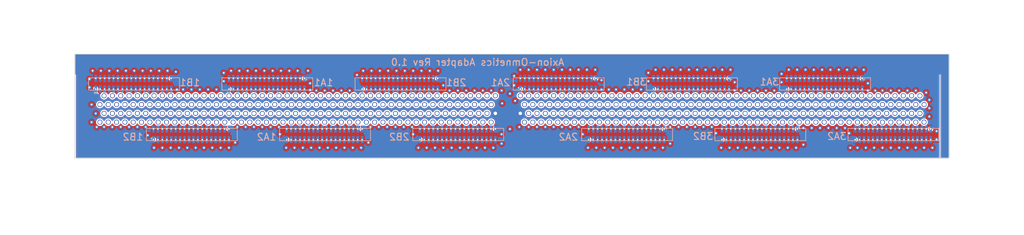
<source format=kicad_pcb>
(kicad_pcb (version 20221018) (generator pcbnew)
  (layers (0 "F.Cu" signal) (1 "In1.Cu" signal) (2 "In2.Cu" signal) (31 "B.Cu" signal) (34 "B.Paste" user) (35 "F.Paste" user) (36 "B.SilkS" user "B.Silkscreen") (37 "F.SilkS" user "F.Silkscreen") (38 "B.Mask" user) (39 "F.Mask" user) (44 "Edge.Cuts" user))
  (net 0 "")
  (net 1 "GND")
  (net 2 "REF")
  (footprint "" (layer "F.Cu") (at 94.2 31.27)
    (fp_text reference "")
    (fp_text value "")
  )
  (footprint "" (layer "F.Cu") (at 85.8 33.81)
    (fp_text reference "")
    (fp_text value "")
  )
  (footprint "" (layer "F.Cu") (at 131.4 31.27)
    (fp_text reference "")
    (fp_text value "")
  )
  (footprint "" (layer "F.Cu") (at 127.2 32.54)
    (fp_text reference "")
    (fp_text value "")
  )
  (footprint "" (layer "F.Cu") (at 34.8 32.54)
    (fp_text reference "")
    (fp_text value "")
  )
  (footprint "" (layer "F.Cu") (at 46.2 31.27)
    (fp_text reference "")
    (fp_text value "")
  )
  (footprint "" (layer "F.Cu") (at 112.8 30)
    (fp_text reference "")
    (fp_text value "")
  )
  (footprint "" (layer "F.Cu") (at 103.8 31.27)
    (fp_text reference "")
    (fp_text value "")
  )
  (footprint "" (layer "F.Cu") (at 73.8 34.8)
    (fp_text reference "" hide)
    (fp_text value "" hide)
  )
  (footprint "" (layer "F.Cu") (at 144 32.54)
    (fp_text reference "")
    (fp_text value "")
  )
  (footprint "" (layer "F.Cu") (at 142.2 31.27)
    (fp_text reference "")
    (fp_text value "")
  )
  (footprint "" (layer "F.Cu") (at 77.4 34.8)
    (fp_text reference "" hide)
    (fp_text value "" hide)
  )
  (footprint "" (layer "F.Cu") (at 75.6 35.1)
    (fp_text reference "" hide)
    (fp_text value "" hide)
  )
  (footprint "" (layer "F.Cu") (at 82.2 34.8)
    (fp_text reference "")
    (fp_text value "")
  )
  (footprint "" (layer "F.Cu") (at 96 30)
    (fp_text reference "")
    (fp_text value "")
  )
  (footprint "" (layer "F.Cu") (at 103.2 30)
    (fp_text reference "")
    (fp_text value "")
  )
  (footprint "" (layer "F.Cu") (at 37.8 31.27)
    (fp_text reference "")
    (fp_text value "")
  )
  (footprint "" (layer "F.Cu") (at 63 33.81)
    (fp_text reference "")
    (fp_text value "")
  )
  (footprint "" (layer "F.Cu") (at 115.2 32.54)
    (fp_text reference "")
    (fp_text value "")
  )
  (footprint "" (layer "F.Cu") (at 37.8 33.81)
    (fp_text reference "")
    (fp_text value "")
  )
  (footprint "" (layer "F.Cu") (at 114 32.54)
    (fp_text reference "")
    (fp_text value "")
  )
  (footprint "" (layer "F.Cu") (at 31.8 33.81)
    (fp_text reference "")
    (fp_text value "")
  )
  (footprint "" (layer "F.Cu") (at 32.4 30)
    (fp_text reference "")
    (fp_text value "")
  )
  (footprint "" (layer "F.Cu") (at 49.8 33.81)
    (fp_text reference "")
    (fp_text value "")
  )
  (footprint "" (layer "F.Cu") (at 128.4 32.54)
    (fp_text reference "")
    (fp_text value "")
  )
  (footprint "" (layer "F.Cu") (at 76.2 34.8)
    (fp_text reference "" hide)
    (fp_text value "" hide)
  )
  (footprint "" (layer "F.Cu") (at 41.4 31.27)
    (fp_text reference "")
    (fp_text value "")
  )
  (footprint "" (layer "F.Cu") (at 141 33.81)
    (fp_text reference "")
    (fp_text value "")
  )
  (footprint "" (layer "F.Cu") (at 35.4 33.81)
    (fp_text reference "")
    (fp_text value "")
  )
  (footprint "" (layer "F.Cu") (at 54 30)
    (fp_text reference "")
    (fp_text value "")
  )
  (footprint "" (layer "F.Cu") (at 82.8 35.08)
    (fp_text reference "")
    (fp_text value "")
  )
  (footprint "" (layer "F.Cu") (at 76.8 30)
    (fp_text reference "")
    (fp_text value "")
  )
  (footprint "" (layer "F.Cu") (at 94.8 32.54)
    (fp_text reference "")
    (fp_text value "")
  )
  (footprint "" (layer "F.Cu") (at 63 31.27)
    (fp_text reference "")
    (fp_text value "")
  )
  (footprint "" (layer "F.Cu") (at 45 33.81)
    (fp_text reference "")
    (fp_text value "")
  )
  (footprint "" (layer "F.Cu") (at 126 32.54)
    (fp_text reference "")
    (fp_text value "")
  )
  (footprint "" (layer "F.Cu") (at 129 31.27)
    (fp_text reference "")
    (fp_text value "")
  )
  (footprint "" (layer "F.Cu") (at 31.8 31.27)
    (fp_text reference "")
    (fp_text value "")
  )
  (footprint "" (layer "F.Cu") (at 125.4 31.27)
    (fp_text reference "")
    (fp_text value "")
  )
  (footprint "" (layer "F.Cu") (at 71.4 34.8)
    (fp_text reference "" hide)
    (fp_text value "" hide)
  )
  (footprint "" (layer "F.Cu") (at 127.2 30)
    (fp_text reference "")
    (fp_text value "")
  )
  (footprint "" (layer "F.Cu") (at 112.2 31.27)
    (fp_text reference "")
    (fp_text value "")
  )
  (footprint "" (layer "F.Cu") (at 36.6 31.27)
    (fp_text reference "")
    (fp_text value "")
  )
  (footprint "" (layer "F.Cu") (at 64.8 32.56)
    (fp_text reference "")
    (fp_text value "")
  )
  (footprint "" (layer "F.Cu") (at 39 33.81)
    (fp_text reference "")
    (fp_text value "")
  )
  (footprint "" (layer "F.Cu") (at 51.6 30)
    (fp_text reference "")
    (fp_text value "")
  )
  (footprint "" (layer "F.Cu") (at 121.8 31.27)
    (fp_text reference "")
    (fp_text value "")
  )
  (footprint "" (layer "F.Cu") (at 126.6 33.81)
    (fp_text reference "")
    (fp_text value "")
  )
  (footprint "" (layer "F.Cu") (at 33.6 30)
    (fp_text reference "")
    (fp_text value "")
  )
  (footprint "" (layer "F.Cu") (at 41.4 33.81)
    (fp_text reference "")
    (fp_text value "")
  )
  (footprint "" (layer "F.Cu") (at 109.2 30)
    (fp_text reference "")
    (fp_text value "")
  )
  (footprint "" (layer "F.Cu") (at 112.2 33.81)
    (fp_text reference "")
    (fp_text value "")
  )
  (footprint "" (layer "F.Cu") (at 76.8 35.1)
    (fp_text reference "" hide)
    (fp_text value "" hide)
  )
  (footprint "" (layer "F.Cu") (at 55.8 33.81)
    (fp_text reference "")
    (fp_text value "")
  )
  (footprint "" (layer "F.Cu") (at 98.4 30)
    (fp_text reference "")
    (fp_text value "")
  )
  (footprint "" (layer "F.Cu") (at 108 32.54)
    (fp_text reference "")
    (fp_text value "")
  )
  (footprint "" (layer "F.Cu") (at 114 30)
    (fp_text reference "")
    (fp_text value "")
  )
  (footprint "" (layer "F.Cu") (at 72.6 34.8)
    (fp_text reference "" hide)
    (fp_text value "" hide)
  )
  (footprint "" (layer "F.Cu") (at 46.8 30)
    (fp_text reference "")
    (fp_text value "")
  )
  (footprint "" (layer "F.Cu") (at 100.8 32.54)
    (fp_text reference "")
    (fp_text value "")
  )
  (footprint "" (layer "F.Cu") (at 123.6 30)
    (fp_text reference "")
    (fp_text value "")
  )
  (footprint "" (layer "F.Cu") (at 100.2 31.27)
    (fp_text reference "")
    (fp_text value "")
  )
  (footprint "" (layer "F.Cu") (at 38.4 32.54)
    (fp_text reference "")
    (fp_text value "")
  )
  (footprint "" (layer "F.Cu") (at 134.4 32.54)
    (fp_text reference "")
    (fp_text value "")
  )
  (footprint "" (layer "F.Cu") (at 61.8 33.81)
    (fp_text reference "")
    (fp_text value "")
  )
  (footprint "" (layer "F.Cu") (at 122.4 32.54)
    (fp_text reference "")
    (fp_text value "")
  )
  (footprint "" (layer "F.Cu") (at 129 33.81)
    (fp_text reference "")
    (fp_text value "")
  )
  (footprint "" (layer "F.Cu") (at 93 33.81)
    (fp_text reference "")
    (fp_text value "")
  )
  (footprint "" (layer "F.Cu") (at 99 33.81)
    (fp_text reference "")
    (fp_text value "")
  )
  (footprint "" (layer "F.Cu") (at 103.2 32.54)
    (fp_text reference "")
    (fp_text value "")
  )
  (footprint "" (layer "F.Cu") (at 72 35.1)
    (fp_text reference "" hide)
    (fp_text value "" hide)
  )
  (footprint "" (layer "F.Cu") (at 138 30)
    (fp_text reference "")
    (fp_text value "")
  )
  (footprint "" (layer "F.Cu") (at 80.4 35.08)
    (fp_text reference "")
    (fp_text value "")
  )
  (footprint "" (layer "F.Cu") (at 105 33.81)
    (fp_text reference "")
    (fp_text value "")
  )
  (footprint "" (layer "F.Cu") (at 102.6 31.27)
    (fp_text reference "")
    (fp_text value "")
  )
  (footprint "" (layer "F.Cu") (at 70.8 35.1)
    (fp_text reference "" hide)
    (fp_text value "" hide)
  )
  (footprint "" (layer "F.Cu") (at 100.8 30)
    (fp_text reference "")
    (fp_text value "")
  )
  (footprint "" (layer "F.Cu") (at 46.8 32.54)
    (fp_text reference "")
    (fp_text value "")
  )
  (footprint "" (layer "F.Cu") (at 148.2 33.81)
    (fp_text reference "")
    (fp_text value "")
  )
  (footprint "" (layer "F.Cu") (at 145.2 30)
    (fp_text reference "")
    (fp_text value "")
  )
  (footprint "" (layer "F.Cu") (at 53.4 31.27)
    (fp_text reference "")
    (fp_text value "")
  )
  (footprint "" (layer "F.Cu") (at 106.8 30)
    (fp_text reference "")
    (fp_text value "")
  )
  (footprint "" (layer "F.Cu") (at 128.4 30)
    (fp_text reference "")
    (fp_text value "")
  )
  (footprint "" (layer "F.Cu") (at 119.4 33.81)
    (fp_text reference "")
    (fp_text value "")
  )
  (footprint "" (layer "F.Cu") (at 97.2 32.54)
    (fp_text reference "")
    (fp_text value "")
  )
  (footprint "" (layer "F.Cu") (at 67.2 32.56)
    (fp_text reference "")
    (fp_text value "")
  )
  (footprint "" (layer "F.Cu") (at 61.8 31.27)
    (fp_text reference "")
    (fp_text value "")
  )
  (footprint "" (layer "F.Cu") (at 55.2 32.56)
    (fp_text reference "")
    (fp_text value "")
  )
  (footprint "" (layer "F.Cu") (at 37.2 32.54)
    (fp_text reference "")
    (fp_text value "")
  )
  (footprint "" (layer "F.Cu") (at 136.8 32.54)
    (fp_text reference "")
    (fp_text value "")
  )
  (footprint "" (layer "F.Cu") (at 82.2 31.2)
    (fp_text reference "" hide)
    (fp_text value "")
  )
  (footprint "" (layer "F.Cu") (at 113.4 31.27)
    (fp_text reference "")
    (fp_text value "")
  )
  (footprint "" (layer "F.Cu") (at 139.8 31.27)
    (fp_text reference "")
    (fp_text value "")
  )
  (footprint "" (layer "F.Cu") (at 105.6 30)
    (fp_text reference "")
    (fp_text value "")
  )
  (footprint "" (layer "F.Cu") (at 125.4 33.81)
    (fp_text reference "")
    (fp_text value "")
  )
  (footprint "" (layer "F.Cu") (at 52.2 31.27)
    (fp_text reference "")
    (fp_text value "")
  )
  (footprint "" (layer "F.Cu") (at 119.4 31.27)
    (fp_text reference "")
    (fp_text value "")
  )
  (footprint "" (layer "F.Cu") (at 148.2 31.27)
    (fp_text reference "")
    (fp_text value "")
  )
  (footprint "" (layer "F.Cu") (at 108 30)
    (fp_text reference "")
    (fp_text value "")
  )
  (footprint "" (layer "F.Cu") (at 54.6 31.27)
    (fp_text reference "")
    (fp_text value "")
  )
  (footprint "" (layer "F.Cu") (at 75 34.8)
    (fp_text reference "" hide)
    (fp_text value "" hide)
  )
  (footprint "" (layer "F.Cu") (at 127.8 33.81)
    (fp_text reference "")
    (fp_text value "")
  )
  (footprint "" (layer "F.Cu") (at 53.4 33.81)
    (fp_text reference "")
    (fp_text value "")
  )
  (footprint "" (layer "F.Cu") (at 114.6 33.81)
    (fp_text reference "")
    (fp_text value "")
  )
  (footprint "" (layer "F.Cu") (at 106.2 31.27)
    (fp_text reference "")
    (fp_text value "")
  )
  (footprint "" (layer "F.Cu") (at 79.8 31.27)
    (fp_text reference "")
    (fp_text value "")
  )
  (footprint "" (layer "F.Cu") (at 52.8 32.56)
    (fp_text reference "")
    (fp_text value "")
  )
  (footprint "" (layer "F.Cu") (at 71.7 35.19)
    (fp_text reference "" hide)
    (fp_text value "" hide)
  )
  (footprint "" (layer "F.Cu") (at 130.8 30)
    (fp_text reference "")
    (fp_text value "")
  )
  (footprint "" (layer "F.Cu") (at 69 31.27)
    (fp_text reference "")
    (fp_text value "")
  )
  (footprint "" (layer "F.Cu") (at 98.4 32.54)
    (fp_text reference "")
    (fp_text value "")
  )
  (footprint "" (layer "F.Cu") (at 97.8 33.81)
    (fp_text reference "")
    (fp_text value "")
  )
  (footprint "" (layer "F.Cu") (at 137.4 31.27)
    (fp_text reference "")
    (fp_text value "")
  )
  (footprint "" (layer "F.Cu") (at 110.4 30)
    (fp_text reference "")
    (fp_text value "")
  )
  (footprint "" (layer "F.Cu") (at 57.6 32.56)
    (fp_text reference "")
    (fp_text value "")
  )
  (footprint "" (layer "F.Cu") (at 141.6 30)
    (fp_text reference "")
    (fp_text value "")
  )
  (footprint "" (layer "F.Cu") (at 40.2 33.81)
    (fp_text reference "")
    (fp_text value "")
  )
  (footprint "" (layer "F.Cu") (at 121.2 30)
    (fp_text reference "")
    (fp_text value "")
  )
  (footprint "" (layer "F.Cu") (at 44.4 32.54)
    (fp_text reference "")
    (fp_text value "")
  )
  (footprint "" (layer "F.Cu") (at 87.6 32.54)
    (fp_text reference "")
    (fp_text value "")
  )
  (footprint "" (layer "F.Cu") (at 85.8 31.2)
    (fp_text reference "")
    (fp_text value "")
  )
  (footprint "" (layer "F.Cu") (at 136.2 31.27)
    (fp_text reference "")
    (fp_text value "")
  )
  (footprint "" (layer "F.Cu") (at 91.8 33.9)
    (fp_text reference "")
    (fp_text value "")
  )
  (footprint "" (layer "F.Cu") (at 141.6 32.54)
    (fp_text reference "")
    (fp_text value "")
  )
  (footprint "" (layer "F.Cu") (at 32.4 32.54)
    (fp_text reference "")
    (fp_text value "")
  )
  (footprint "" (layer "F.Cu") (at 142.8 32.54)
    (fp_text reference "")
    (fp_text value "")
  )
  (footprint "" (layer "F.Cu") (at 73.2 35.1)
    (fp_text reference "" hide)
    (fp_text value "" hide)
  )
  (footprint "" (layer "F.Cu") (at 105 31.27)
    (fp_text reference "")
    (fp_text value "")
  )
  (footprint "" (layer "F.Cu") (at 117 33.81)
    (fp_text reference "")
    (fp_text value "")
  )
  (footprint "" (layer "F.Cu") (at 81 34.8)
    (fp_text reference "")
    (fp_text value "")
  )
  (footprint "" (layer "F.Cu") (at 115.8 33.81)
    (fp_text reference "")
    (fp_text value "")
  )
  (footprint "" (layer "F.Cu") (at 60.6 33.81)
    (fp_text reference "")
    (fp_text value "")
  )
  (footprint "" (layer "F.Cu") (at 96 32.54)
    (fp_text reference "")
    (fp_text value "")
  )
  (footprint "" (layer "F.Cu") (at 144.6 33.81)
    (fp_text reference "")
    (fp_text value "")
  )
  (footprint "" (layer "F.Cu") (at 33 33.81)
    (fp_text reference "")
    (fp_text value "")
  )
  (footprint "" (layer "F.Cu") (at 70.2 35.8)
    (fp_text reference "" hide)
    (fp_text value "" hide)
  )
  (footprint "" (layer "F.Cu") (at 31.2 30)
    (fp_text reference "")
    (fp_text value "")
  )
  (footprint "" (layer "F.Cu") (at 124.8 32.54)
    (fp_text reference "")
    (fp_text value "")
  )
  (footprint "" (layer "F.Cu") (at 109.8 31.27)
    (fp_text reference "")
    (fp_text value "")
  )
  (footprint "" (layer "F.Cu") (at 132.6 31.27)
    (fp_text reference "")
    (fp_text value "")
  )
  (footprint "" (layer "F.Cu") (at 120 32.54)
    (fp_text reference "")
    (fp_text value "")
  )
  (footprint "" (layer "F.Cu") (at 62.4 32.56)
    (fp_text reference "")
    (fp_text value "")
  )
  (footprint "" (layer "F.Cu") (at 102 30)
    (fp_text reference "")
    (fp_text value "")
  )
  (footprint "" (layer "F.Cu") (at 70.8 30)
    (fp_text reference "")
    (fp_text value "")
  )
  (footprint "" (layer "F.Cu") (at 130.2 31.27)
    (fp_text reference "")
    (fp_text value "")
  )
  (footprint "" (layer "F.Cu") (at 57 33.81)
    (fp_text reference "")
    (fp_text value "")
  )
  (footprint "" (layer "F.Cu") (at 57.6 30)
    (fp_text reference "")
    (fp_text value "")
  )
  (footprint "" (layer "F.Cu") (at 96.6 31.27)
    (fp_text reference "")
    (fp_text value "")
  )
  (footprint "" (layer "F.Cu") (at 54.6 33.81)
    (fp_text reference "")
    (fp_text value "")
  )
  (footprint "" (layer "F.Cu") (at 73.8 31.27)
    (fp_text reference "")
    (fp_text value "")
  )
  (footprint "" (layer "F.Cu") (at 93 31.27)
    (fp_text reference "")
    (fp_text value "")
  )
  (footprint "" (layer "F.Cu") (at 127.8 31.27)
    (fp_text reference "")
    (fp_text value "")
  )
  (footprint "" (layer "F.Cu") (at 142.8 30)
    (fp_text reference "")
    (fp_text value "")
  )
  (footprint "" (layer "F.Cu") (at 141 31.27)
    (fp_text reference "")
    (fp_text value "")
  )
  (footprint "" (layer "F.Cu") (at 44.4 30)
    (fp_text reference "")
    (fp_text value "")
  )
  (footprint "" (layer "F.Cu") (at 144 30)
    (fp_text reference "")
    (fp_text value "")
  )
  (footprint "" (layer "F.Cu") (at 45 31.27)
    (fp_text reference "")
    (fp_text value "")
  )
  (footprint "" (layer "F.Cu") (at 55.8 31.27)
    (fp_text reference "")
    (fp_text value "")
  )
  (footprint "" (layer "F.Cu") (at 56.4 30)
    (fp_text reference "")
    (fp_text value "")
  )
  (footprint "" (layer "F.Cu") (at 46.2 33.81)
    (fp_text reference "")
    (fp_text value "")
  )
  (footprint "" (layer "F.Cu") (at 130.2 33.81)
    (fp_text reference "")
    (fp_text value "")
  )
  (footprint "" (layer "F.Cu") (at 52.2 33.81)
    (fp_text reference "")
    (fp_text value "")
  )
  (footprint "" (layer "F.Cu") (at 131.4 33.81)
    (fp_text reference "")
    (fp_text value "")
  )
  (footprint "" (layer "F.Cu") (at 64.2 31.27)
    (fp_text reference "")
    (fp_text value "")
  )
  (footprint "" (layer "F.Cu") (at 103.8 33.81)
    (fp_text reference "")
    (fp_text value "")
  )
  (footprint "" (layer "F.Cu") (at 39.6 30)
    (fp_text reference "")
    (fp_text value "")
  )
  (footprint "" (layer "F.Cu") (at 147 33.81)
    (fp_text reference "")
    (fp_text value "")
  )
  (footprint "" (layer "F.Cu") (at 140.4 30)
    (fp_text reference "")
    (fp_text value "")
  )
  (footprint "" (layer "F.Cu") (at 92.4 32.54)
    (fp_text reference "")
    (fp_text value "")
  )
  (footprint "" (layer "F.Cu") (at 101.4 33.81)
    (fp_text reference "")
    (fp_text value "")
  )
  (footprint "" (layer "F.Cu") (at 48 32.54)
    (fp_text reference "")
    (fp_text value "")
  )
  (footprint "" (layer "F.Cu") (at 101.4 31.27)
    (fp_text reference "")
    (fp_text value "")
  )
  (footprint "" (layer "F.Cu") (at 34.2 33.81)
    (fp_text reference "")
    (fp_text value "")
  )
  (footprint "" (layer "F.Cu") (at 40.2 31.27)
    (fp_text reference "")
    (fp_text value "")
  )
  (footprint "" (layer "F.Cu") (at 47.4 31.27)
    (fp_text reference "")
    (fp_text value "")
  )
  (footprint "" (layer "F.Cu") (at 136.8 30)
    (fp_text reference "")
    (fp_text value "")
  )
  (footprint "" (layer "F.Cu") (at 58.2 31.27)
    (fp_text reference "")
    (fp_text value "")
  )
  (footprint "" (layer "F.Cu") (at 132 30)
    (fp_text reference "")
    (fp_text value "")
  )
  (footprint "" (layer "F.Cu") (at 139.2 32.54)
    (fp_text reference "")
    (fp_text value "")
  )
  (footprint "" (layer "F.Cu") (at 68.4 30)
    (fp_text reference "")
    (fp_text value "")
  )
  (footprint "" (layer "F.Cu") (at 58.8 30)
    (fp_text reference "")
    (fp_text value "")
  )
  (footprint "" (layer "F.Cu") (at 43.2 32.54)
    (fp_text reference "")
    (fp_text value "")
  )
  (footprint "" (layer "F.Cu") (at 117.6 30)
    (fp_text reference "")
    (fp_text value "")
  )
  (footprint "" (layer "F.Cu") (at 118.2 31.27)
    (fp_text reference "")
    (fp_text value "")
  )
  (footprint "" (layer "F.Cu") (at 59.4 31.27)
    (fp_text reference "")
    (fp_text value "")
  )
  (footprint "" (layer "F.Cu") (at 112.8 32.54)
    (fp_text reference "")
    (fp_text value "")
  )
  (footprint "" (layer "F.Cu") (at 109.2 32.54)
    (fp_text reference "")
    (fp_text value "")
  )
  (footprint "" (layer "F.Cu") (at 117.6 32.54)
    (fp_text reference "")
    (fp_text value "")
  )
  (footprint "" (layer "F.Cu") (at 107.4 33.81)
    (fp_text reference "")
    (fp_text value "")
  )
  (footprint "" (layer "F.Cu") (at 121.8 33.81)
    (fp_text reference "")
    (fp_text value "")
  )
  (footprint "" (layer "F.Cu") (at 67.8 33.81)
    (fp_text reference "")
    (fp_text value "")
  )
  (footprint "" (layer "F.Cu") (at 145.8 33.81)
    (fp_text reference "")
    (fp_text value "")
  )
  (footprint "" (layer "F.Cu") (at 147.6 30)
    (fp_text reference "")
    (fp_text value "")
  )
  (footprint "" (layer "F.Cu") (at 39 31.27)
    (fp_text reference "")
    (fp_text value "")
  )
  (footprint "" (layer "F.Cu") (at 42.6 31.27)
    (fp_text reference "")
    (fp_text value "")
  )
  (footprint "" (layer "F.Cu") (at 120 30)
    (fp_text reference "")
    (fp_text value "")
  )
  (footprint "" (layer "F.Cu") (at 30.6 33.81)
    (fp_text reference "")
    (fp_text value "")
  )
  (footprint "" (layer "F.Cu") (at 147.6 32.54)
    (fp_text reference "")
    (fp_text value "")
  )
  (footprint "" (layer "F.Cu") (at 60 30)
    (fp_text reference "")
    (fp_text value "")
  )
  (footprint "" (layer "F.Cu") (at 108.6 33.81)
    (fp_text reference "")
    (fp_text value "")
  )
  (footprint "" (layer "F.Cu") (at 82.8 30)
    (fp_text reference "")
    (fp_text value "")
  )
  (footprint "" (layer "F.Cu") (at 48.6 33.81)
    (fp_text reference "")
    (fp_text value "")
  )
  (footprint "" (layer "F.Cu") (at 81.6 35.08)
    (fp_text reference "")
    (fp_text value "")
  )
  (footprint "" (layer "F.Cu") (at 51 31.27)
    (fp_text reference "")
    (fp_text value "")
  )
  (footprint "" (layer "F.Cu") (at 133.2 30)
    (fp_text reference "")
    (fp_text value "")
  )
  (footprint "" (layer "F.Cu") (at 30.6 31.27)
    (fp_text reference "")
    (fp_text value "")
  )
  (footprint "" (layer "F.Cu") (at 93.6 32.54)
    (fp_text reference "")
    (fp_text value "")
  )
  (footprint "" (layer "F.Cu") (at 118.8 32.54)
    (fp_text reference "")
    (fp_text value "")
  )
  (footprint "" (layer "F.Cu") (at 48 30)
    (fp_text reference "")
    (fp_text value "")
  )
  (footprint "" (layer "F.Cu") (at 63.6 30)
    (fp_text reference "")
    (fp_text value "")
  )
  (footprint "" (layer "F.Cu") (at 84 35.08)
    (fp_text reference "")
    (fp_text value "")
  )
  (footprint "" (layer "F.Cu") (at 118.8 30)
    (fp_text reference "")
    (fp_text value "")
  )
  (footprint "" (layer "F.Cu") (at 111 31.27)
    (fp_text reference "")
    (fp_text value "")
  )
  (footprint "" (layer "F.Cu") (at 61.2 32.56)
    (fp_text reference "")
    (fp_text value "")
  )
  (footprint "" (layer "F.Cu") (at 42 32.54)
    (fp_text reference "")
    (fp_text value "")
  )
  (footprint "" (layer "F.Cu") (at 100.2 33.81)
    (fp_text reference "")
    (fp_text value "")
  )
  (footprint "" (layer "F.Cu") (at 37.2 30)
    (fp_text reference "")
    (fp_text value "")
  )
  (footprint "" (layer "F.Cu") (at 134.4 30)
    (fp_text reference "")
    (fp_text value "")
  )
  (footprint "" (layer "F.Cu") (at 61.2 30)
    (fp_text reference "")
    (fp_text value "")
  )
  (footprint "" (layer "F.Cu") (at 117 31.27)
    (fp_text reference "")
    (fp_text value "")
  )
  (footprint "" (layer "F.Cu") (at 143.4 31.27)
    (fp_text reference "")
    (fp_text value "")
  )
  (footprint "" (layer "F.Cu") (at 81 31.27)
    (fp_text reference "")
    (fp_text value "")
  )
  (footprint "" (layer "F.Cu") (at 75.6 30)
    (fp_text reference "")
    (fp_text value "")
  )
  (footprint "" (layer "F.Cu") (at 78 35.1)
    (fp_text reference "" hide)
    (fp_text value "" hide)
  )
  (footprint "" (layer "F.Cu") (at 132 32.54)
    (fp_text reference "")
    (fp_text value "")
  )
  (footprint "" (layer "F.Cu") (at 77.4 31.27)
    (fp_text reference "")
    (fp_text value "")
  )
  (footprint "" (layer "F.Cu") (at 138 32.54)
    (fp_text reference "")
    (fp_text value "")
  )
  (footprint "" (layer "F.Cu") (at 95.4 31.27)
    (fp_text reference "")
    (fp_text value "")
  )
  (footprint "" (layer "F.Cu") (at 69.6 35.1)
    (fp_text reference "" hide)
    (fp_text value "" hide)
  )
  (footprint "" (layer "F.Cu") (at 92.4 30)
    (fp_text reference "")
    (fp_text value "")
  )
  (footprint "" (layer "F.Cu") (at 123.6 32.54)
    (fp_text reference "")
    (fp_text value "")
  )
  (footprint "" (layer "F.Cu") (at 104.4 30)
    (fp_text reference "")
    (fp_text value "")
  )
  (footprint "" (layer "F.Cu") (at 135 33.81)
    (fp_text reference "")
    (fp_text value "")
  )
  (footprint "" (layer "F.Cu") (at 66.6 33.81)
    (fp_text reference "")
    (fp_text value "")
  )
  (footprint "" (layer "F.Cu") (at 81.6 30)
    (fp_text reference "")
    (fp_text value "")
  )
  (footprint "" (layer "F.Cu") (at 94.2 33.81)
    (fp_text reference "")
    (fp_text value "")
  )
  (footprint "" (layer "F.Cu") (at 120.6 33.81)
    (fp_text reference "")
    (fp_text value "")
  )
  (footprint "" (layer "F.Cu") (at 67.2 30)
    (fp_text reference "")
    (fp_text value "")
  )
  (footprint "" (layer "F.Cu") (at 84.6 31.2)
    (fp_text reference "")
    (fp_text value "")
  )
  (footprint "" (layer "F.Cu") (at 93.6 30)
    (fp_text reference "")
    (fp_text value "")
  )
  (footprint "" (layer "F.Cu") (at 138.6 33.81)
    (fp_text reference "")
    (fp_text value "")
  )
  (footprint "" (layer "F.Cu") (at 115.8 31.27)
    (fp_text reference "")
    (fp_text value "")
  )
  (footprint "" (layer "F.Cu") (at 148.8 32.54)
    (fp_text reference "")
    (fp_text value "")
  )
  (footprint "" (layer "F.Cu") (at 66.6 31.27)
    (fp_text reference "")
    (fp_text value "")
  )
  (footprint "" (layer "F.Cu") (at 133.8 31.27)
    (fp_text reference "")
    (fp_text value "")
  )
  (footprint "" (layer "F.Cu") (at 99.6 32.54)
    (fp_text reference "")
    (fp_text value "")
  )
  (footprint "" (layer "F.Cu") (at 135.6 32.54)
    (fp_text reference "")
    (fp_text value "")
  )
  (footprint "" (layer "F.Cu") (at 34.2 31.27)
    (fp_text reference "")
    (fp_text value "")
  )
  (footprint "" (layer "F.Cu") (at 107.4 31.27)
    (fp_text reference "")
    (fp_text value "")
  )
  (footprint "" (layer "F.Cu") (at 139.2 30)
    (fp_text reference "")
    (fp_text value "")
  )
  (footprint "" (layer "F.Cu") (at 40.8 30)
    (fp_text reference "")
    (fp_text value "")
  )
  (footprint "" (layer "F.Cu") (at 120.6 31.27)
    (fp_text reference "")
    (fp_text value "")
  )
  (footprint "" (layer "F.Cu") (at 42 30)
    (fp_text reference "")
    (fp_text value "")
  )
  (footprint "" (layer "F.Cu") (at 148.8 30)
    (fp_text reference "")
    (fp_text value "")
  )
  (footprint "" (layer "F.Cu") (at 65.4 33.81)
    (fp_text reference "")
    (fp_text value "")
  )
  (footprint "" (layer "F.Cu") (at 133.8 33.81)
    (fp_text reference "")
    (fp_text value "")
  )
  (footprint "" (layer "F.Cu") (at 116.4 32.54)
    (fp_text reference "")
    (fp_text value "")
  )
  (footprint "" (layer "F.Cu") (at 106.2 33.81)
    (fp_text reference "")
    (fp_text value "")
  )
  (footprint "" (layer "F.Cu") (at 104.4 32.54)
    (fp_text reference "")
    (fp_text value "")
  )
  (footprint "" (layer "F.Cu") (at 56.4 32.56)
    (fp_text reference "")
    (fp_text value "")
  )
  (footprint "" (layer "F.Cu") (at 74.4 35.1)
    (fp_text reference "" hide)
    (fp_text value "" hide)
  )
  (footprint "" (layer "F.Cu") (at 86.4 35.08)
    (fp_text reference "")
    (fp_text value "" hide)
  )
  (footprint "" (layer "F.Cu") (at 91.2 32.54)
    (fp_text reference "")
    (fp_text value "")
  )
  (footprint "" (layer "F.Cu") (at 118.2 33.81)
    (fp_text reference "")
    (fp_text value "")
  )
  (footprint "" (layer "F.Cu") (at 84.6 34.8)
    (fp_text reference "")
    (fp_text value "")
  )
  (footprint "" (layer "F.Cu") (at 130.8 32.54)
    (fp_text reference "")
    (fp_text value "")
  )
  (footprint "" (layer "F.Cu") (at 144.6 31.27)
    (fp_text reference "")
    (fp_text value "")
  )
  (footprint "" (layer "F.Cu") (at 95.4 33.81)
    (fp_text reference "")
    (fp_text value "")
  )
  (footprint "" (layer "F.Cu") (at 78 30)
    (fp_text reference "")
    (fp_text value "")
  )
  (footprint "" (layer "F.Cu") (at 102 32.54)
    (fp_text reference "")
    (fp_text value "")
  )
  (footprint "" (layer "F.Cu") (at 146.4 30)
    (fp_text reference "")
    (fp_text value "")
  )
  (footprint "" (layer "F.Cu") (at 84 30)
    (fp_text reference "")
    (fp_text value "")
  )
  (footprint "" (layer "F.Cu") (at 75 31.27)
    (fp_text reference "")
    (fp_text value "")
  )
  (footprint "" (layer "F.Cu") (at 116.4 30)
    (fp_text reference "")
    (fp_text value "")
  )
  (footprint "" (layer "F.Cu") (at 58.2 33.81)
    (fp_text reference "")
    (fp_text value "")
  )
  (footprint "" (layer "F.Cu") (at 45.6 30)
    (fp_text reference "")
    (fp_text value "")
  )
  (footprint "" (layer "F.Cu") (at 143.4 33.81)
    (fp_text reference "")
    (fp_text value "")
  )
  (footprint "" (layer "F.Cu") (at 129.6 32.54)
    (fp_text reference "")
    (fp_text value "")
  )
  (footprint "" (layer "F.Cu") (at 79.8 34.8)
    (fp_text reference "")
    (fp_text value "")
  )
  (footprint "" (layer "F.Cu") (at 97.8 31.27)
    (fp_text reference "")
    (fp_text value "")
  )
  (footprint "" (layer "F.Cu") (at 145.2 32.54)
    (fp_text reference "")
    (fp_text value "")
  )
  (footprint "" (layer "F.Cu") (at 102.6 33.81)
    (fp_text reference "")
    (fp_text value "")
  )
  (footprint "" (layer "F.Cu") (at 111 33.81)
    (fp_text reference "")
    (fp_text value "")
  )
  (footprint "" (layer "F.Cu") (at 62.4 30)
    (fp_text reference "")
    (fp_text value "")
  )
  (footprint "" (layer "F.Cu") (at 124.2 33.81)
    (fp_text reference "")
    (fp_text value "")
  )
  (footprint "" (layer "F.Cu") (at 83.4 31.2)
    (fp_text reference "")
    (fp_text value "")
  )
  (footprint "" (layer "F.Cu") (at 79.2 35.08)
    (fp_text reference "")
    (fp_text value "")
  )
  (footprint "" (layer "F.Cu") (at 78.6 34.8)
    (fp_text reference "" hide)
    (fp_text value "" hide)
  )
  (footprint "" (layer "F.Cu") (at 36 30)
    (fp_text reference "")
    (fp_text value "")
  )
  (footprint "" (layer "F.Cu") (at 139.8 33.81)
    (fp_text reference "")
    (fp_text value "")
  )
  (footprint "" (layer "F.Cu") (at 85.2 35.08)
    (fp_text reference "")
    (fp_text value "")
  )
  (footprint "" (layer "F.Cu") (at 47.4 33.81)
    (fp_text reference "")
    (fp_text value "")
  )
  (footprint "" (layer "F.Cu") (at 99 31.27)
    (fp_text reference "")
    (fp_text value "")
  )
  (footprint "" (layer "F.Cu") (at 111.6 30)
    (fp_text reference "")
    (fp_text value "")
  )
  (footprint "" (layer "F.Cu") (at 59.4 33.81)
    (fp_text reference "")
    (fp_text value "")
  )
  (footprint "" (layer "F.Cu") (at 54 32.56)
    (fp_text reference "")
    (fp_text value "")
  )
  (footprint "" (layer "F.Cu") (at 147 31.27)
    (fp_text reference "")
    (fp_text value "")
  )
  (footprint "" (layer "F.Cu") (at 36.6 33.81)
    (fp_text reference "")
    (fp_text value "")
  )
  (footprint "" (layer "F.Cu") (at 69.6 30)
    (fp_text reference "")
    (fp_text value "")
  )
  (footprint "" (layer "F.Cu") (at 121.2 32.54)
    (fp_text reference "")
    (fp_text value "")
  )
  (footprint "" (layer "F.Cu") (at 48.6 31.27)
    (fp_text reference "")
    (fp_text value "")
  )
  (footprint "" (layer "F.Cu") (at 50.4 30)
    (fp_text reference "")
    (fp_text value "")
  )
  (footprint "" (layer "F.Cu") (at 36 32.54)
    (fp_text reference "")
    (fp_text value "")
  )
  (footprint "" (layer "F.Cu") (at 99.6 30)
    (fp_text reference "")
    (fp_text value "")
  )
  (footprint "" (layer "F.Cu") (at 60.6 31.27)
    (fp_text reference "")
    (fp_text value "")
  )
  (footprint "" (layer "F.Cu") (at 45.6 32.54)
    (fp_text reference "")
    (fp_text value "")
  )
  (footprint "" (layer "F.Cu") (at 58.8 32.56)
    (fp_text reference "")
    (fp_text value "")
  )
  (footprint "" (layer "F.Cu") (at 39.6 32.54)
    (fp_text reference "")
    (fp_text value "")
  )
  (footprint "" (layer "F.Cu") (at 51 33.81)
    (fp_text reference "")
    (fp_text value "")
  )
  (footprint "" (layer "F.Cu") (at 40.8 32.54)
    (fp_text reference "")
    (fp_text value "")
  )
  (footprint "" (layer "F.Cu") (at 70.2 31.27)
    (fp_text reference "")
    (fp_text value "")
  )
  (footprint "" (layer "F.Cu") (at 50.4 32.56)
    (fp_text reference "")
    (fp_text value "")
  )
  (footprint "" (layer "F.Cu") (at 43.8 33.81)
    (fp_text reference "")
    (fp_text value "")
  )
  (footprint "" (layer "F.Cu") (at 73.2 30)
    (fp_text reference "")
    (fp_text value "")
  )
  (footprint "" (layer "F.Cu") (at 64.2 33.81)
    (fp_text reference "")
    (fp_text value "")
  )
  (footprint "" (layer "F.Cu") (at 94.8 30)
    (fp_text reference "")
    (fp_text value "")
  )
  (footprint "" (layer "F.Cu") (at 33 31.27)
    (fp_text reference "")
    (fp_text value "")
  )
  (footprint "" (layer "F.Cu") (at 114.6 31.27)
    (fp_text reference "")
    (fp_text value "")
  )
  (footprint "" (layer "F.Cu") (at 105.6 32.54)
    (fp_text reference "")
    (fp_text value "")
  )
  (footprint "" (layer "F.Cu") (at 52.8 30)
    (fp_text reference "")
    (fp_text value "")
  )
  (footprint "" (layer "F.Cu") (at 66 32.56)
    (fp_text reference "")
    (fp_text value "")
  )
  (footprint "" (layer "F.Cu") (at 122.4 30)
    (fp_text reference "")
    (fp_text value "")
  )
  (footprint "" (layer "F.Cu") (at 133.2 32.54)
    (fp_text reference "")
    (fp_text value "")
  )
  (footprint "" (layer "F.Cu") (at 74.4 30)
    (fp_text reference "")
    (fp_text value "")
  )
  (footprint "" (layer "F.Cu") (at 115.2 30)
    (fp_text reference "")
    (fp_text value "")
  )
  (footprint "" (layer "F.Cu") (at 85.2 30)
    (fp_text reference "")
    (fp_text value "")
  )
  (footprint "" (layer "F.Cu") (at 72 30)
    (fp_text reference "")
    (fp_text value "")
  )
  (footprint "" (layer "F.Cu") (at 33.6 32.54)
    (fp_text reference "")
    (fp_text value "")
  )
  (footprint "" (layer "F.Cu") (at 140.4 32.54)
    (fp_text reference "")
    (fp_text value "")
  )
  (footprint "" (layer "F.Cu") (at 79.2 30)
    (fp_text reference "")
    (fp_text value "")
  )
  (footprint "" (layer "F.Cu") (at 63.6 32.56)
    (fp_text reference "")
    (fp_text value "")
  )
  (footprint "" (layer "F.Cu") (at 71.4 31.27)
    (fp_text reference "")
    (fp_text value "")
  )
  (footprint "" (layer "F.Cu") (at 57 31.27)
    (fp_text reference "")
    (fp_text value "")
  )
  (footprint "" (layer "F.Cu") (at 123 33.81)
    (fp_text reference "")
    (fp_text value "")
  )
  (footprint "" (layer "F.Cu") (at 67.8 31.27)
    (fp_text reference "")
    (fp_text value "")
  )
  (footprint "" (layer "F.Cu") (at 137.4 33.81)
    (fp_text reference "")
    (fp_text value "")
  )
  (footprint "" (layer "F.Cu") (at 138.6 31.27)
    (fp_text reference "")
    (fp_text value "")
  )
  (footprint "" (layer "F.Cu") (at 145.8 31.27)
    (fp_text reference "")
    (fp_text value "")
  )
  (footprint "" (layer "F.Cu") (at 34.8 30)
    (fp_text reference "")
    (fp_text value "")
  )
  (footprint "" (layer "F.Cu") (at 97.2 30)
    (fp_text reference "")
    (fp_text value "")
  )
  (footprint "" (layer "F.Cu") (at 109.8 33.81)
    (fp_text reference "")
    (fp_text value "")
  )
  (footprint "" (layer "F.Cu") (at 42.6 33.81)
    (fp_text reference "")
    (fp_text value "")
  )
  (footprint "" (layer "F.Cu") (at 64.8 30)
    (fp_text reference "")
    (fp_text value "")
  )
  (footprint "" (layer "F.Cu") (at 60 32.56)
    (fp_text reference "")
    (fp_text value "")
  )
  (footprint "" (layer "F.Cu") (at 91.2 30)
    (fp_text reference "")
    (fp_text value "")
  )
  (footprint "" (layer "F.Cu") (at 87 34.8)
    (fp_text reference "")
    (fp_text value "" hide)
  )
  (footprint "" (layer "F.Cu") (at 146.4 32.54)
    (fp_text reference "")
    (fp_text value "")
  )
  (footprint "" (layer "F.Cu") (at 76.2 31.27)
    (fp_text reference "")
    (fp_text value "")
  )
  (footprint "" (layer "F.Cu") (at 111.6 32.54)
    (fp_text reference "")
    (fp_text value "")
  )
  (footprint "" (layer "F.Cu") (at 149.4 31.27)
    (fp_text reference "")
    (fp_text value "")
  )
  (footprint "" (layer "F.Cu") (at 108.6 31.27)
    (fp_text reference "")
    (fp_text value "")
  )
  (footprint "" (layer "F.Cu") (at 106.8 32.54)
    (fp_text reference "")
    (fp_text value "")
  )
  (footprint "" (layer "F.Cu") (at 132.6 33.81)
    (fp_text reference "")
    (fp_text value "")
  )
  (footprint "" (layer "F.Cu") (at 55.2 30)
    (fp_text reference "")
    (fp_text value "")
  )
  (footprint "" (layer "F.Cu") (at 51.6 32.56)
    (fp_text reference "")
    (fp_text value "")
  )
  (footprint "" (layer "F.Cu") (at 43.8 31.27)
    (fp_text reference "")
    (fp_text value "")
  )
  (footprint "" (layer "F.Cu") (at 72.6 31.27)
    (fp_text reference "")
    (fp_text value "")
  )
  (footprint "" (layer "F.Cu") (at 78.6 31.27)
    (fp_text reference "")
    (fp_text value "")
  )
  (footprint "" (layer "F.Cu") (at 43.2 30)
    (fp_text reference "")
    (fp_text value "")
  )
  (footprint "" (layer "F.Cu") (at 136.2 33.81)
    (fp_text reference "")
    (fp_text value "")
  )
  (footprint "" (layer "F.Cu") (at 129.6 30)
    (fp_text reference "")
    (fp_text value "")
  )
  (footprint "" (layer "F.Cu") (at 135 31.27)
    (fp_text reference "")
    (fp_text value "")
  )
  (footprint "" (layer "F.Cu") (at 68.4 32.56)
    (fp_text reference "")
    (fp_text value "")
  )
  (footprint "" (layer "F.Cu") (at 38.4 30)
    (fp_text reference "")
    (fp_text value "")
  )
  (footprint "" (layer "F.Cu") (at 30 30)
    (fp_text reference "")
    (fp_text value "")
  )
  (footprint "" (layer "F.Cu") (at 49.8 31.27)
    (fp_text reference "")
    (fp_text value "")
  )
  (footprint "" (layer "F.Cu") (at 91.8 31.36)
    (fp_text reference "")
    (fp_text value "")
  )
  (footprint "" (layer "F.Cu") (at 142.2 33.81)
    (fp_text reference "")
    (fp_text value "")
  )
  (footprint "" (layer "F.Cu") (at 149.4 33.81)
    (fp_text reference "")
    (fp_text value "")
  )
  (footprint "" (layer "F.Cu") (at 66 30)
    (fp_text reference "")
    (fp_text value "")
  )
  (footprint "" (layer "F.Cu") (at 124.2 31.27)
    (fp_text reference "")
    (fp_text value "")
  )
  (footprint "" (layer "F.Cu") (at 110.4 32.54)
    (fp_text reference "")
    (fp_text value "")
  )
  (footprint "Library:AxPad" (layer "F.Cu") (at 86.4 30)
    (fp_text reference "REF**" hide)
    (fp_text value "AxPad" hide)
  )
  (footprint "" (layer "F.Cu") (at 35.4 31.27)
    (fp_text reference "")
    (fp_text value "")
  )
  (footprint "" (layer "F.Cu") (at 49.2 30)
    (fp_text reference "")
    (fp_text value "")
  )
  (footprint "" (layer "F.Cu") (at 83.4 34.8)
    (fp_text reference "")
    (fp_text value "")
  )
  (footprint "" (layer "F.Cu") (at 96.6 33.81)
    (fp_text reference "")
    (fp_text value "")
  )
  (footprint "" (layer "F.Cu") (at 135.6 30)
    (fp_text reference "")
    (fp_text value "")
  )
  (footprint "" (layer "F.Cu") (at 87 31.27)
    (fp_text reference "")
    (fp_text value "")
  )
  (footprint "" (layer "F.Cu") (at 87.6 30)
    (fp_text reference "")
    (fp_text value "")
  )
  (footprint "" (layer "F.Cu") (at 113.4 33.81)
    (fp_text reference "")
    (fp_text value "")
  )
  (footprint "" (layer "F.Cu") (at 49.2 32.54)
    (fp_text reference "")
    (fp_text value "")
  )
  (footprint "" (layer "F.Cu") (at 126.6 31.27)
    (fp_text reference "")
    (fp_text value "")
  )
  (footprint "" (layer "F.Cu") (at 80.4 30)
    (fp_text reference "")
    (fp_text value "")
  )
  (footprint "" (layer "F.Cu") (at 123 31.27)
    (fp_text reference "")
    (fp_text value "")
  )
  (footprint "" (layer "F.Cu") (at 126 30)
    (fp_text reference "")
    (fp_text value "")
  )
  (footprint "" (layer "F.Cu") (at 31.2 32.54)
    (fp_text reference "")
    (fp_text value "")
  )
  (footprint "" (layer "F.Cu") (at 124.8 30)
    (fp_text reference "")
    (fp_text value "")
  )
  (footprint "" (layer "F.Cu") (at 65.4 31.27)
    (fp_text reference "")
    (fp_text value "")
  )
  (footprint "Library:Omnetics_A79026" (layer "B.Cu") (at 140.48 27.51 180)
    (fp_text reference "1B1" hide)
    (fp_text value "Omnetics_A79026")
  )
  (footprint "Library:Omnetics_A79026" (layer "B.Cu") (at 102.08 27.51 180)
    (fp_text reference "1B1" hide)
    (fp_text value "Omnetics_A79026")
  )
  (footprint "Library:Omnetics_A79026" (layer "B.Cu") (at 60.08 27.51 180)
    (fp_text reference "1B1" hide)
    (fp_text value "Omnetics_A79026")
  )
  (footprint "Library:Omnetics_A79026" (layer "B.Cu") (at 68.4 34.8 180)
    (fp_text reference "1A1" hide)
    (fp_text value "Omnetics_A79026")
  )
  (footprint "Library:Omnetics_A79026" (layer "B.Cu") (at 150.34 34.8 180)
    (fp_text reference "1B2" hide)
    (fp_text value "Omnetics_A79026")
  )
  (footprint "Library:Omnetics_A79026" (layer "B.Cu") (at 87.6 34.8 180)
    (fp_text reference "1B2" hide)
    (fp_text value "Omnetics_A79026")
  )
  (footprint "Library:Omnetics_A79026" (layer "B.Cu") (at 79.28 27.51 180)
    (fp_text reference "1B1" hide)
    (fp_text value "Omnetics_A79026")
  )
  (footprint "Library:Omnetics_A79026" (layer "B.Cu") (at 111.94 34.8 180)
    (fp_text reference "1B2" hide)
    (fp_text value "Omnetics_A79026")
  )
  (footprint "Library:Omnetics_A79026" (layer "B.Cu") (at 121.28 27.51 180)
    (fp_text reference "1B1" hide)
    (fp_text value "Omnetics_A79026")
  )
  (footprint "Library:Omnetics_A79026" (layer "B.Cu") (at 40.88 27.51 180)
    (fp_text reference "1B1" hide)
    (fp_text value "Omnetics_A79026")
  )
  (footprint "Library:Omnetics_A79026" (layer "B.Cu") (at 131.14 34.8 180)
    (fp_text reference "1B2" hide)
    (fp_text value "Omnetics_A79026")
  )
  (footprint "Library:Omnetics_A79026" (layer "B.Cu") (at 49.2 34.8 180)
    (fp_text reference "1B2" hide)
    (fp_text value "Omnetics_A79026")
  )
  (gr_line (start 153 39) (end 27.3 39) (stroke (width 0.1)) (layer "Edge.Cuts"))
  (gr_line (start 27.3 39) (end 27 39) (stroke (width 0.1)) (layer "Edge.Cuts"))
  (gr_line (start 27 24) (end 153 24) (stroke (width 0.1)) (layer "Edge.Cuts"))
  (gr_line (start 27 39) (end 27 24) (stroke (width 0.1)) (layer "Edge.Cuts"))
  (gr_line (start 153 24) (end 153 39) (stroke (width 0.1)) (layer "Edge.Cuts"))
  (gr_text "1B2" (at 36.9 36.5275) (layer "B.SilkS") (effects (font (size 1 1)) (justify left bottom mirror)))
  (gr_text "1B1" (at 45.1 28.69) (layer "B.SilkS") (effects (font (size 1 1)) (justify left bottom mirror)))
  (gr_text "2A2" (at 99.6 36.5275) (layer "B.SilkS") (effects (font (size 1 1)) (justify left bottom mirror)))
  (gr_text "3A1" (at 127.1 28.0025) (layer "B.SilkS") (effects (font (size 1 1)) (justify mirror)))
  (gr_text "1A1" (at 64.3 28.69) (layer "B.SilkS") (effects (font (size 1 1)) (justify left bottom mirror)))
  (gr_text "Axion-Omnetics Adapter Rev 1.0 " (at 97.62 25.75) (layer "B.SilkS") (effects (font (size 1 1)) (justify left bottom mirror)))
  (gr_text "1A2" (at 56.1 36.5275) (layer "B.SilkS") (effects (font (size 1 1)) (justify left bottom mirror)))
  (gr_text "2B2" (at 75.3 36.5275) (layer "B.SilkS") (effects (font (size 1 1)) (justify left bottom mirror)))
  (gr_text "3B2" (at 117.55 35.84) (layer "B.SilkS") (effects (font (size 1 1)) (justify mirror)))
  (gr_text "3B1" (at 107.93 28.0025) (layer "B.SilkS") (effects (font (size 1 1)) (justify mirror)))
  (gr_text "3A2" (at 136.83 35.84) (layer "B.SilkS") (effects (font (size 1 1)) (justify mirror)))
  (gr_text "2B1" (at 83.5 28.69) (layer "B.SilkS") (effects (font (size 1 1)) (justify left bottom mirror)))
  (gr_text "2A1" (at 89.8 28.69) (layer "B.SilkS") (effects (font (size 1 1)) (justify left bottom mirror)))
  (gr_text "" (at 91.8 33.81) (layer "F.SilkS") (effects (font (size 1.27 1.27))))
  (gr_text "" (at 91.8 31.27) (layer "F.SilkS") (effects (font (size 1.27 1.27))))
  (gr_text "" (at 91.8 31.27) (layer "F.SilkS") (effects (font (size 1.27 1.27))))
  (gr_text "" (at 91.2 32.54) (layer "F.SilkS") (effects (font (size 1.27 1.27))))
  (gr_text "" (at 91.8 33.81) (layer "F.SilkS") (effects (font (size 1.27 1.27))))
  (gr_text "" (at 91.2 32.54) (layer "F.SilkS") (effects (font (size 1.27 1.27))))
  (via blind (at 147.6 30) (size 0.4) (drill 0.2) (layers "F.Cu" "In2.Cu") (net 0))
  (via (at 127.2 32.54) (size 0.7) (drill 0.5) (layers "F.Cu" "B.Cu") (net 0))
  (via (at 93.6 32.54) (size 0.7) (drill 0.5) (layers "F.Cu" "B.Cu") (net 0))
  (via (at 57.6 30) (size 0.7) (drill 0.5) (layers "F.Cu" "B.Cu") (net 0))
  (via (at 81.6 30) (size 0.7) (drill 0.5) (layers "F.Cu" "B.Cu") (net 0))
  (via (at 145.8 33.81) (size 0.7) (drill 0.5) (layers "F.Cu" "B.Cu") (net 0))
  (via (at 123.6 32.54) (size 0.7) (drill 0.5) (layers "F.Cu" "B.Cu") (net 0))
  (via blind (at 132.6 33.81) (size 0.4) (drill 0.2) (layers "F.Cu" "In2.Cu") (net 0))
  (via (at 87 33.81) (size 0.7) (drill 0.5) (layers "F.Cu" "B.Cu") (net 0))
  (via micro (at 138 30) (size 0.4) (drill 0.2) (layers "F.Cu" "In1.Cu") (net 0))
  (via (at 121.8 31.27) (size 0.7) (drill 0.5) (layers "F.Cu" "B.Cu") (net 0))
  (via (at 30.6 33.81) (size 0.7) (drill 0.5) (layers "F.Cu" "B.Cu") (net 0))
  (via blind (at 149.4 31.27) (size 0.4) (drill 0.2) (layers "F.Cu" "In2.Cu") (net 0))
  (via (at 70.2 33.81) (size 0.7) (drill 0.5) (layers "F.Cu" "B.Cu") (net 0))
  (via (at 63 31.27) (size 0.7) (drill 0.5) (layers "F.Cu" "B.Cu") (net 0))
  (via (at 75 31.27) (size 0.7) (drill 0.5) (layers "F.Cu" "B.Cu") (net 0))
  (via (at 39 33.81) (size 0.7) (drill 0.5) (layers "F.Cu" "B.Cu") (net 0))
  (via (at 109.2 32.54) (size 0.7) (drill 0.5) (layers "F.Cu" "B.Cu") (net 0))
  (via blind (at 135 33.81) (size 0.4) (drill 0.2) (layers "F.Cu" "In2.Cu") (net 0))
  (via micro (at 134.4 30) (size 0.4) (drill 0.2) (layers "F.Cu" "In1.Cu") (net 0))
  (via (at 111 31.27) (size 0.7) (drill 0.5) (layers "F.Cu" "B.Cu") (net 0))
  (via blind (at 143.4 31.27) (size 0.4) (drill 0.2) (layers "F.Cu" "In2.Cu") (net 0))
  (via (at 134.4 30) (size 0.7) (drill 0.5) (layers "F.Cu" "B.Cu") (net 0))
  (via (at 132 32.54) (size 0.7) (drill 0.5) (layers "F.Cu" "B.Cu") (net 0))
  (via (at 48.6 33.81) (size 0.7) (drill 0.5) (layers "F.Cu" "B.Cu") (net 0))
  (via (at 113.4 33.81) (size 0.7) (drill 0.5) (layers "F.Cu" "B.Cu") (net 0))
  (via (at 97.2 30) (size 0.7) (drill 0.5) (layers "F.Cu" "B.Cu") (net 0))
  (via (at 79.8 31.27) (size 0.7) (drill 0.5) (layers "F.Cu" "B.Cu") (net 0))
  (via (at 68.4 32.56) (size 0.7) (drill 0.5) (layers "F.Cu" "B.Cu") (net 0))
  (via (at 101.4 31.27) (size 0.7) (drill 0.5) (layers "F.Cu" "B.Cu") (net 0))
  (via (at 81.6 32.54) (size 0.7) (drill 0.5) (layers "F.Cu" "B.Cu") (net 0))
  (via (at 145.8 31.27) (size 0.7) (drill 0.5) (layers "F.Cu" "B.Cu") (net 0))
  (via (at 120 30) (size 0.7) (drill 0.5) (layers "F.Cu" "B.Cu") (net 0))
  (via (at 82.8 32.54) (size 0.7) (drill 0.5) (layers "F.Cu" "B.Cu") (net 0))
  (via (at 125.4 33.81) (size 0.7) (drill 0.5) (layers "F.Cu" "B.Cu") (net 0))
  (via (at 48 32.54) (size 0.7) (drill 0.5) (layers "F.Cu" "B.Cu") (net 0))
  (via blind (at 136.8 32.54) (size 0.4) (drill 0.2) (layers "F.Cu" "In2.Cu") (net 0))
  (via blind (at 144 32.54) (size 0.4) (drill 0.2) (layers "F.Cu" "In1.Cu") (net 0))
  (via blind (at 142.2 31.27) (size 0.4) (drill 0.2) (layers "F.Cu" "In2.Cu") (net 0))
  (via (at 60 32.56) (size 0.7) (drill 0.5) (layers "F.Cu" "B.Cu") (net 0))
  (via (at 85.2 32.54) (size 0.7) (drill 0.5) (layers "F.Cu" "B.Cu") (net 0))
  (via (at 108.6 33.81) (size 0.7) (drill 0.5) (layers "F.Cu" "B.Cu") (net 0))
  (via (at 147 33.81) (size 0.7) (drill 0.5) (layers "F.Cu" "B.Cu") (net 0))
  (via (at 33 31.27) (size 0.7) (drill 0.5) (layers "F.Cu" "B.Cu") (net 0))
  (via (at 103.2 32.54) (size 0.7) (drill 0.5) (layers "F.Cu" "B.Cu") (net 0))
  (via (at 42 32.54) (size 0.7) (drill 0.5) (layers "F.Cu" "B.Cu") (net 0))
  (via (at 117.6 30) (size 0.7) (drill 0.5) (layers "F.Cu" "B.Cu") (net 0))
  (via (at 57.6 32.56) (size 0.7) (drill 0.5) (layers "F.Cu" "B.Cu") (net 0))
  (via (at 94.8 30) (size 0.7) (drill 0.5) (layers "F.Cu" "B.Cu") (net 0))
  (via (at 64.2 33.81) (size 0.7) (drill 0.5) (layers "F.Cu" "B.Cu") (net 0))
  (via (at 110.4 32.54) (size 0.7) (drill 0.5) (layers "F.Cu" "B.Cu") (net 0))
  (via blind (at 131.4 33.81) (size 0.4) (drill 0.2) (layers "F.Cu" "In2.Cu") (net 0))
  (via (at 40.8 32.54) (size 0.7) (drill 0.5) (layers "F.Cu" "B.Cu") (net 0))
  (via (at 48.6 31.27) (size 0.7) (drill 0.5) (layers "F.Cu" "B.Cu") (net 0))
  (via (at 141.6 30) (size 0.7) (drill 0.5) (layers "F.Cu" "B.Cu") (net 0))
  (via (at 56.4 32.56) (size 0.7) (drill 0.5) (layers "F.Cu" "B.Cu") (net 0))
  (via (at 58.8 30) (size 0.7) (drill 0.5) (layers "F.Cu" "B.Cu") (net 0))
  (via (at 69 33.81) (size 0.7) (drill 0.5) (layers "F.Cu" "B.Cu") (net 0))
  (via (at 31.8 33.81) (size 0.7) (drill 0.5) (layers "F.Cu" "B.Cu") (net 0))
  (via (at 84.6 33.81) (size 0.7) (drill 0.5) (layers "F.Cu" "B.Cu") (net 0))
  (via (at 73.2 30) (size 0.7) (drill 0.5) (layers "F.Cu" "B.Cu") (net 0))
  (via (at 82.2 31.27) (size 0.7) (drill 0.5) (layers "F.Cu" "B.Cu") (net 0))
  (via (at 145.2 30) (size 0.7) (drill 0.5) (layers "F.Cu" "B.Cu") (net 0))
  (via blind (at 136.2 33.81) (size 0.4) (drill 0.2) (layers "F.Cu" "In2.Cu") (net 0))
  (via blind (at 133.2 32.54) (size 0.4) (drill 0.2) (layers "F.Cu" "In2.Cu") (net 0))
  (via (at 101.4 33.81) (size 0.7) (drill 0.5) (layers "F.Cu" "B.Cu") (net 0))
  (via (at 72.6 31.27) (size 0.7) (drill 0.5) (layers "F.Cu" "B.Cu") (net 0))
  (via (at 67.8 31.27) (size 0.7) (drill 0.5) (layers "F.Cu" "B.Cu") (net 0))
  (via (at 96.6 33.81) (size 0.7) (drill 0.5) (layers "F.Cu" "B.Cu") (net 0))
  (via (at 124.2 33.81) (size 0.7) (drill 0.5) (layers "F.Cu" "B.Cu") (net 0))
  (via (at 37.8 33.81) (size 0.7) (drill 0.5) (layers "F.Cu" "B.Cu") (net 0))
  (via (at 41.4 33.81) (size 0.7) (drill 0.5) (layers "F.Cu" "B.Cu") (net 0))
  (via (at 124.8 30) (size 0.7) (drill 0.5) (layers "F.Cu" "B.Cu") (net 0))
  (via (at 68.4 30) (size 0.7) (drill 0.5) (layers "F.Cu" "B.Cu") (net 0))
  (via (at 132.6 33.81) (size 0.7) (drill 0.5) (layers "F.Cu" "B.Cu") (net 0))
  (via (at 143.4 33.81) (size 0.7) (drill 0.5) (layers "F.Cu" "B.Cu") (net 0))
  (via (at 57 33.81) (size 0.7) (drill 0.5) (layers "F.Cu" "B.Cu") (net 0))
  (via (at 135.6 32.54) (size 0.7) (drill 0.5) (layers "F.Cu" "B.Cu") (net 0))
  (via (at 113.4 31.27) (size 0.7) (drill 0.5) (layers "F.Cu" "B.Cu") (net 0))
  (via (at 46.2 31.27) (size 0.7) (drill 0.5) (layers "F.Cu" "B.Cu") (net 0))
  (via (at 62.4 30) (size 0.7) (drill 0.5) (layers "F.Cu" "B.Cu") (net 0))
  (via blind (at 133.8 33.81) (size 0.4) (drill 0.2) (layers "F.Cu" "In2.Cu") (net 0))
  (via (at 129.6 30) (size 0.7) (drill 0.5) (layers "F.Cu" "B.Cu") (net 0))
  (via (at 109.2 30) (size 0.7) (drill 0.5) (layers "F.Cu" "B.Cu") (net 0))
  (via (at 72 32.56) (size 0.7) (drill 0.5) (layers "F.Cu" "B.Cu") (net 0))
  (via (at 30.6 31.27) (size 0.7) (drill 0.5) (layers "F.Cu" "B.Cu") (net 0))
  (via (at 64.2 31.27) (size 0.7) (drill 0.5) (layers "F.Cu" "B.Cu") (net 0))
  (via (at 138.6 33.81) (size 0.7) (drill 0.5) (layers "F.Cu" "B.Cu") (net 0))
  (via (at 78 30) (size 0.7) (drill 0.5) (layers "F.Cu" "B.Cu") (net 0))
  (via (at 70.8 32.56) (size 0.7) (drill 0.5) (layers "F.Cu" "B.Cu") (net 0))
  (via (at 73.2 32.56) (size 0.7) (drill 0.5) (layers "F.Cu" "B.Cu") (net 0))
  (via (at 133.8 31.27) (size 0.7) (drill 0.5) (layers "F.Cu" "B.Cu") (net 0))
  (via (at 45.6 32.54) (size 0.7) (drill 0.5) (layers "F.Cu" "B.Cu") (net 0))
  (via (at 105.6 32.54) (size 0.7) (drill 0.5) (layers "F.Cu" "B.Cu") (net 0))
  (via (at 111.6 30) (size 0.7) (drill 0.5) (layers "F.Cu" "B.Cu") (net 0))
  (via (at 66 30) (size 0.7) (drill 0.5) (layers "F.Cu" "B.Cu") (net 0))
  (via (at 49.8 33.81) (size 0.7) (drill 0.5) (layers "F.Cu" "B.Cu") (net 0))
  (via (at 49.2 32.54) (size 0.7) (drill 0.5) (layers "F.Cu" "B.Cu") (net 0))
  (via (at 52.8 32.56) (size 0.7) (drill 0.5) (layers "F.Cu" "B.Cu") (net 0))
  (via (at 128.4 30) (size 0.7) (drill 0.5) (layers "F.Cu" "B.Cu") (net 0))
  (via (at 98.4 32.54) (size 0.7) (drill 0.5) (layers "F.Cu" "B.Cu") (net 0))
  (via blind (at 147 31.27) (size 0.4) (drill 0.2) (layers "F.Cu" "In2.Cu") (net 0))
  (via (at 60.6 33.81) (size 0.7) (drill 0.5) (layers "F.Cu" "B.Cu") (net 0))
  (via (at 58.8 32.56) (size 0.7) (drill 0.5) (layers "F.Cu" "B.Cu") (net 0))
  (via (at 49.8 31.27) (size 0.7) (drill 0.5) (layers "F.Cu" "B.Cu") (net 0))
  (via (at 115.8 31.27) (size 0.7) (drill 0.5) (layers "F.Cu" "B.Cu") (net 0))
  (via blind (at 148.2 31.27) (size 0.4) (drill 0.2) (layers "F.Cu" "In2.Cu") (net 0))
  (via blind (at 146.4 32.54) (size 0.4) (drill 0.2) (layers "F.Cu" "In1.Cu") (net 0))
  (via (at 62.4 32.56) (size 0.7) (drill 0.5) (layers "F.Cu" "B.Cu") (net 0))
  (via (at 34.2 33.81) (size 0.7) (drill 0.5) (layers "F.Cu" "B.Cu") (net 0))
  (via (at 99 33.81) (size 0.7) (drill 0.5) (layers "F.Cu" "B.Cu") (net 0))
  (via blind (at 142.8 32.54) (size 0.4) (drill 0.2) (layers "F.Cu" "In1.Cu") (net 0))
  (via (at 36.6 33.81) (size 0.7) (drill 0.5) (layers "F.Cu" "B.Cu") (net 0))
  (via (at 115.2 30) (size 0.7) (drill 0.5) (layers "F.Cu" "B.Cu") (net 0))
  (via blind (at 147 33.81) (size 0.4) (drill 0.2) (layers "F.Cu" "In1.Cu") (net 0))
  (via (at 106.2 31.27) (size 0.7) (drill 0.5) (layers "F.Cu" "B.Cu") (net 0))
  (via (at 130.2 33.81) (size 0.7) (drill 0.5) (layers "F.Cu" "B.Cu") (net 0))
  (via (at 43.2 30) (size 0.7) (drill 0.5) (layers "F.Cu" "B.Cu") (net 0))
  (via (at 74.4 30) (size 0.7) (drill 0.5) (layers "F.Cu" "B.Cu") (net 0))
  (via (at 135 31.27) (size 0.7) (drill 0.5) (layers "F.Cu" "B.Cu") (net 0))
  (via (at 118.2 31.27) (size 0.7) (drill 0.5) (layers "F.Cu" "B.Cu") (net 0))
  (via (at 64.8 30) (size 0.7) (drill 0.5) (layers "F.Cu" "B.Cu") (net 0))
  (via (at 93 33.81) (size 0.7) (drill 0.5) (layers "F.Cu" "B.Cu") (net 0))
  (via (at 84 30) (size 0.7) (drill 0.5) (layers "F.Cu" "B.Cu") (net 0))
  (via blind (at 140.4 30) (size 0.4) (drill 0.2) (layers "F.Cu" "In2.Cu") (net 0))
  (via (at 70.8 30) (size 0.7) (drill 0.5) (layers "F.Cu" "B.Cu") (net 0))
  (via (at 91.8 33.81) (size 0.7) (drill 0.5) (layers "F.Cu" "B.Cu") (net 0))
  (via (at 74.4 32.56) (size 0.7) (drill 0.5) (layers "F.Cu" "B.Cu") (net 0))
  (via (at 36 30) (size 0.7) (drill 0.5) (layers "F.Cu" "B.Cu") (net 0))
  (via (at 32.4 30) (size 0.7) (drill 0.5) (layers "F.Cu" "B.Cu") (net 0))
  (via (at 61.2 32.56) (size 0.7) (drill 0.5) (layers "F.Cu" "B.Cu") (net 0))
  (via (at 106.2 33.81) (size 0.7) (drill 0.5) (layers "F.Cu" "B.Cu") (net 0))
  (via (at 97.8 33.81) (size 0.7) (drill 0.5) (layers "F.Cu" "B.Cu") (net 0))
  (via (at 96.6 31.27) (size 0.7) (drill 0.5) (layers "F.Cu" "B.Cu") (net 0))
  (via (at 50.4 30) (size 0.7) (drill 0.5) (layers "F.Cu" "B.Cu") (net 0))
  (via (at 137.4 31.27) (size 0.7) (drill 0.5) (layers "F.Cu" "B.Cu") (net 0))
  (via blind (at 137.4 33.81) (size 0.4) (drill 0.2) (layers "F.Cu" "In2.Cu") (net 0))
  (via (at 111 33.81) (size 0.7) (drill 0.5) (layers "F.Cu" "B.Cu") (net 0))
  (via (at 123 33.81) (size 0.7) (drill 0.5) (layers "F.Cu" "B.Cu") (net 0))
  (via (at 102 30) (size 0.7) (drill 0.5) (layers "F.Cu" "B.Cu") (net 0))
  (via blind (at 140.4 32.54) (size 0.4) (drill 0.2) (layers "F.Cu" "In1.Cu") (net 0))
  (via (at 37.8 31.27) (size 0.7) (drill 0.5) (layers "F.Cu" "B.Cu") (net 0))
  (via blind (at 141.6 32.54) (size 0.4) (drill 0.2) (layers "F.Cu" "In1.Cu") (net 0))
  (via (at 139.2 32.54) (size 0.7) (drill 0.5) (layers "F.Cu" "B.Cu") (net 0))
  (via (at 39 31.27) (size 0.7) (drill 0.5) (layers "F.Cu" "B.Cu") (net 0))
  (via (at 138 30) (size 0.7) (drill 0.5) (layers "F.Cu" "B.Cu") (net 0))
  (via (at 142.2 31.27) (size 0.7) (drill 0.5) (layers "F.Cu" "B.Cu") (net 0))
  (via (at 148.2 31.27) (size 0.7) (drill 0.5) (layers "F.Cu" "B.Cu") (net 0))
  (via (at 114.6 31.27) (size 0.7) (drill 0.5) (layers "F.Cu" "B.Cu") (net 0))
  (via (at 71.4 33.81) (size 0.7) (drill 0.5) (layers "F.Cu" "B.Cu") (net 0))
  (via (at 41.4 31.27) (size 0.7) (drill 0.5) (layers "F.Cu" "B.Cu") (net 0))
  (via (at 81 33.81) (size 0.7) (drill 0.5) (layers "F.Cu" "B.Cu") (net 0))
  (via blind (at 145.8 33.81) (size 0.4) (drill 0.2) (layers "F.Cu" "In1.Cu") (net 0))
  (via (at 136.2 33.81) (size 0.7) (drill 0.5) (layers "F.Cu" "B.Cu") (net 0))
  (via (at 47.4 31.27) (size 0.7) (drill 0.5) (layers "F.Cu" "B.Cu") (net 0))
  (via micro (at 132 30) (size 0.4) (drill 0.2) (layers "F.Cu" "In1.Cu") (net 0))
  (via (at 46.8 30) (size 0.7) (drill 0.5) (layers "F.Cu" "B.Cu") (net 0))
  (via (at 132.6 31.27) (size 0.7) (drill 0.5) (layers "F.Cu" "B.Cu") (net 0))
  (via (at 31.2 32.54) (size 0.7) (drill 0.5) (layers "F.Cu" "B.Cu") (net 0))
  (via (at 118.8 30) (size 0.7) (drill 0.5) (layers "F.Cu" "B.Cu") (net 0))
  (via (at 38.4 32.54) (size 0.7) (drill 0.5) (layers "F.Cu" "B.Cu") (net 0))
  (via (at 105.6 30) (size 0.7) (drill 0.5) (layers "F.Cu" "B.Cu") (net 0))
  (via (at 95.4 31.27) (size 0.7) (drill 0.5) (layers "F.Cu" "B.Cu") (net 0))
  (via (at 148.8 32.54) (size 0.7) (drill 0.5) (layers "F.Cu" "B.Cu") (net 0))
  (via (at 72.6 33.81) (size 0.7) (drill 0.5) (layers "F.Cu" "B.Cu") (net 0))
  (via (at 54.6 31.27) (size 0.7) (drill 0.5) (layers "F.Cu" "B.Cu") (net 0))
  (via (at 60 30) (size 0.7) (drill 0.5) (layers "F.Cu" "B.Cu") (net 0))
  (via (at 82.2 33.81) (size 0.7) (drill 0.5) (layers "F.Cu" "B.Cu") (net 0))
  (via (at 78.6 31.27) (size 0.7) (drill 0.5) (layers "F.Cu" "B.Cu") (net 0))
  (via (at 92.4 30) (size 0.7) (drill 0.5) (layers "F.Cu" "B.Cu") (net 0))
  (via blind (at 134.4 32.54) (size 0.4) (drill 0.2) (layers "F.Cu" "In2.Cu") (net 0))
  (via (at 115.8 33.81) (size 0.7) (drill 0.5) (layers "F.Cu" "B.Cu") (net 0))
  (via (at 82.8 30) (size 0.7) (drill 0.5) (layers "F.Cu" "B.Cu") (net 0))
  (via (at 92.4 32.54) (size 0.7) (drill 0.5) (layers "F.Cu" "B.Cu") (net 0))
  (via micro (at 132.6 31.27) (size 0.4) (drill 0.2) (layers "F.Cu" "In1.Cu") (net 0))
  (via micro (at 131.4 31.27) (size 0.4) (drill 0.2) (layers "F.Cu" "In1.Cu") (net 0))
  (via (at 120.6 33.81) (size 0.7) (drill 0.5) (layers "F.Cu" "B.Cu") (net 0))
  (via (at 134.4 32.54) (size 0.7) (drill 0.5) (layers "F.Cu" "B.Cu") (net 0))
  (via (at 64.8 32.56) (size 0.7) (drill 0.5) (layers "F.Cu" "B.Cu") (net 0))
  (via (at 34.2 31.27) (size 0.7) (drill 0.5) (layers "F.Cu" "B.Cu") (net 0))
  (via blind (at 141.6 30) (size 0.4) (drill 0.2) (layers "F.Cu" "In2.Cu") (net 0))
  (via (at 121.2 30) (size 0.7) (drill 0.5) (layers "F.Cu" "B.Cu") (net 0))
  (via (at 120 32.54) (size 0.7) (drill 0.5) (layers "F.Cu" "B.Cu") (net 0))
  (via (at 61.8 33.81) (size 0.7) (drill 0.5) (layers "F.Cu" "B.Cu") (net 0))
  (via (at 76.8 30) (size 0.7) (drill 0.5) (layers "F.Cu" "B.Cu") (net 0))
  (via (at 66.6 33.81) (size 0.7) (drill 0.5) (layers "F.Cu" "B.Cu") (net 0))
  (via (at 97.2 32.54) (size 0.7) (drill 0.5) (layers "F.Cu" "B.Cu") (net 0))
  (via (at 141 33.81) (size 0.7) (drill 0.5) (layers "F.Cu" "B.Cu") (net 0))
  (via (at 133.8 33.81) (size 0.7) (drill 0.5) (layers "F.Cu" "B.Cu") (net 0))
  (via (at 75.6 30) (size 0.7) (drill 0.5) (layers "F.Cu" "B.Cu") (net 0))
  (via (at 54 32.56) (size 0.7) (drill 0.5) (layers "F.Cu" "B.Cu") (net 0))
  (via (at 109.8 33.81) (size 0.7) (drill 0.5) (layers "F.Cu" "B.Cu") (net 0))
  (via (at 33.6 32.54) (size 0.7) (drill 0.5) (layers "F.Cu" "B.Cu") (net 0))
  (via (at 142.8 30) (size 0.7) (drill 0.5) (layers "F.Cu" "B.Cu") (net 0))
  (via (at 52.8 30) (size 0.7) (drill 0.5) (layers "F.Cu" "B.Cu") (net 0))
  (via (at 129 33.81) (size 0.7) (drill 0.5) (layers "F.Cu" "B.Cu") (net 0))
  (via (at 63 33.81) (size 0.7) (drill 0.5) (layers "F.Cu" "B.Cu") (net 0))
  (via (at 40.2 33.81) (size 0.7) (drill 0.5) (layers "F.Cu" "B.Cu") (net 0))
  (via (at 131.4 31.27) (size 0.7) (drill 0.5) (layers "F.Cu" "B.Cu") (net 0))
  (via (at 48 30) (size 0.7) (drill 0.5) (layers "F.Cu" "B.Cu") (net 0))
  (via micro (at 137.4 31.27) (size 0.4) (drill 0.2) (layers "F.Cu" "In1.Cu") (net 0))
  (via (at 129.6 32.54) (size 0.7) (drill 0.5) (layers "F.Cu" "B.Cu") (net 0))
  (via (at 83.4 31.27) (size 0.7) (drill 0.5) (layers "F.Cu" "B.Cu") (net 0))
  (via (at 130.8 30) (size 0.7) (drill 0.5) (layers "F.Cu" "B.Cu") (net 0))
  (via (at 139.8 31.27) (size 0.7) (drill 0.5) (layers "F.Cu" "B.Cu") (net 0))
  (via micro (at 133.2 30) (size 0.4) (drill 0.2) (layers "F.Cu" "In1.Cu") (net 0))
  (via blind (at 148.8 30) (size 0.4) (drill 0.2) (layers "F.Cu" "In2.Cu") (net 0))
  (via (at 102.6 33.81) (size 0.7) (drill 0.5) (layers "F.Cu" "B.Cu") (net 0))
  (via (at 67.8 33.81) (size 0.7) (drill 0.5) (layers "F.Cu" "B.Cu") (net 0))
  (via (at 118.2 33.81) (size 0.7) (drill 0.5) (layers "F.Cu" "B.Cu") (net 0))
  (via (at 55.2 32.56) (size 0.7) (drill 0.5) (layers "F.Cu" "B.Cu") (net 0))
  (via (at 32.4 32.54) (size 0.7) (drill 0.5) (layers "F.Cu" "B.Cu") (net 0))
  (via (at 45.6 30) (size 0.7) (drill 0.5) (layers "F.Cu" "B.Cu") (net 0))
  (via (at 112.8 32.54) (size 0.7) (drill 0.5) (layers "F.Cu" "B.Cu") (net 0))
  (via (at 141.6 32.54) (size 0.7) (drill 0.5) (layers "F.Cu" "B.Cu") (net 0))
  (via (at 86.4 32.54) (size 0.7) (drill 0.5) (layers "F.Cu" "B.Cu") (net 0))
  (via (at 114 30) (size 0.7) (drill 0.5) (layers "F.Cu" "B.Cu") (net 0))
  (via (at 51 33.81) (size 0.7) (drill 0.5) (layers "F.Cu" "B.Cu") (net 0))
  (via (at 93 31.27) (size 0.7) (drill 0.5) (layers "F.Cu" "B.Cu") (net 0))
  (via (at 96 30) (size 0.7) (drill 0.5) (layers "F.Cu" "B.Cu") (net 0))
  (via (at 99.6 30) (size 0.7) (drill 0.5) (layers "F.Cu" "B.Cu") (net 0))
  (via (at 146.4 30) (size 0.7) (drill 0.5) (layers "F.Cu" "B.Cu") (net 0))
  (via (at 124.8 32.54) (size 0.7) (drill 0.5) (layers "F.Cu" "B.Cu") (net 0))
  (via (at 85.8 31.27) (size 0.7) (drill 0.5) (layers "F.Cu" "B.Cu") (net 0))
  (via (at 130.2 31.27) (size 0.7) (drill 0.5) (layers "F.Cu" "B.Cu") (net 0))
  (via (at 104.4 30) (size 0.7) (drill 0.5) (layers "F.Cu" "B.Cu") (net 0))
  (via (at 80.4 32.54) (size 0.7) (drill 0.5) (layers "F.Cu" "B.Cu") (net 0))
  (via (at 120.6 31.27) (size 0.7) (drill 0.5) (layers "F.Cu" "B.Cu") (net 0))
  (via (at 129 31.27) (size 0.7) (drill 0.5) (layers "F.Cu" "B.Cu") (net 0))
  (via (at 42.6 33.81) (size 0.7) (drill 0.5) (layers "F.Cu" "B.Cu") (net 0))
  (via (at 94.2 33.81) (size 0.7) (drill 0.5) (layers "F.Cu" "B.Cu") (net 0))
  (via blind (at 144 30) (size 0.4) (drill 0.2) (layers "F.Cu" "In2.Cu") (net 0))
  (via (at 102.6 31.27) (size 0.7) (drill 0.5) (layers "F.Cu" "B.Cu") (net 0))
  (via (at 125.4 31.27) (size 0.7) (drill 0.5) (layers "F.Cu" "B.Cu") (net 0))
  (via (at 127.8 31.27) (size 0.7) (drill 0.5) (layers "F.Cu" "B.Cu") (net 0))
  (via (at 140.4 32.54) (size 0.7) (drill 0.5) (layers "F.Cu" "B.Cu") (net 0))
  (via (at 34.8 32.54) (size 0.7) (drill 0.5) (layers "F.Cu" "B.Cu") (net 0))
  (via (at 85.2 30) (size 0.7) (drill 0.5) (layers "F.Cu" "B.Cu") (net 0))
  (via (at 69.6 30) (size 0.7) (drill 0.5) (layers "F.Cu" "B.Cu") (net 0))
  (via (at 123 31.27) (size 0.7) (drill 0.5) (layers "F.Cu" "B.Cu") (net 0))
  (via (at 147 31.27) (size 0.7) (drill 0.5) (layers "F.Cu" "B.Cu") (net 0))
  (via (at 51.6 30) (size 0.7) (drill 0.5) (layers "F.Cu" "B.Cu") (net 0))
  (via (at 52.2 33.81) (size 0.7) (drill 0.5) (layers "F.Cu" "B.Cu") (net 0))
  (via (at 146.4 32.54) (size 0.7) (drill 0.5) (layers "F.Cu" "B.Cu") (net 0))
  (via (at 40.8 30) (size 0.7) (drill 0.5) (layers "F.Cu" "B.Cu") (net 0))
  (via (at 42 30) (size 0.7) (drill 0.5) (layers "F.Cu" "B.Cu") (net 0))
  (via (at 133.2 32.54) (size 0.7) (drill 0.5) (layers "F.Cu" "B.Cu") (net 0))
  (via (at 94.2 31.27) (size 0.7) (drill 0.5) (layers "F.Cu" "B.Cu") (net 0))
  (via (at 110.4 30) (size 0.7) (drill 0.5) (layers "F.Cu" "B.Cu") (net 0))
  (via blind (at 148.2 33.81) (size 0.4) (drill 0.2) (layers "F.Cu" "In1.Cu") (net 0))
  (via (at 147.6 32.54) (size 0.7) (drill 0.5) (layers "F.Cu" "B.Cu") (net 0))
  (via (at 124.2 31.27) (size 0.7) (drill 0.5) (layers "F.Cu" "B.Cu") (net 0))
  (via (at 122.4 32.54) (size 0.7) (drill 0.5) (layers "F.Cu" "B.Cu") (net 0))
  (via (at 54.6 33.81) (size 0.7) (drill 0.5) (layers "F.Cu" "B.Cu") (net 0))
  (via (at 117.6 32.54) (size 0.7) (drill 0.5) (layers "F.Cu" "B.Cu") (net 0))
  (via (at 143.4 31.27) (size 0.7) (drill 0.5) (layers "F.Cu" "B.Cu") (net 0))
  (via (at 43.8 31.27) (size 0.7) (drill 0.5) (layers "F.Cu" "B.Cu") (net 0))
  (via (at 70.2 31.27) (size 0.7) (drill 0.5) (layers "F.Cu" "B.Cu") (net 0))
  (via blind (at 139.2 32.54) (size 0.4) (drill 0.2) (layers "F.Cu" "In2.Cu") (net 0))
  (via blind (at 147.6 32.54) (size 0.4) (drill 0.2) (layers "F.Cu" "In1.Cu") (net 0))
  (via (at 94.8 32.54) (size 0.7) (drill 0.5) (layers "F.Cu" "B.Cu") (net 0))
  (via (at 135 33.81) (size 0.7) (drill 0.5) (layers "F.Cu" "B.Cu") (net 0))
  (via (at 116.4 32.54) (size 0.7) (drill 0.5) (layers "F.Cu" "B.Cu") (net 0))
  (via (at 85.8 33.81) (size 0.7) (drill 0.5) (layers "F.Cu" "B.Cu") (net 0))
  (via (at 91.8 31.27) (size 0.4) (drill 0.2) (layers "F.Cu" "B.Cu") (net 0))
  (via (at 112.2 33.81) (size 0.7) (drill 0.5) (layers "F.Cu" "B.Cu") (net 0))
  (via (at 37.2 32.54) (size 0.7) (drill 0.5) (layers "F.Cu" "B.Cu") (net 0))
  (via (at 78.6 33.81) (size 0.7) (drill 0.5) (layers "F.Cu" "B.Cu") (net 0))
  (via (at 84.6 31.27) (size 0.7) (drill 0.5) (layers "F.Cu" "B.Cu") (net 0))
  (via (at 53.4 31.27) (size 0.7) (drill 0.5) (layers "F.Cu" "B.Cu") (net 0))
  (via (at 103.2 30) (size 0.7) (drill 0.5) (layers "F.Cu" "B.Cu") (net 0))
  (via (at 138.6 31.27) (size 0.7) (drill 0.5) (layers "F.Cu" "B.Cu") (net 0))
  (via (at 105 31.27) (size 0.7) (drill 0.5) (layers "F.Cu" "B.Cu") (net 0))
  (via (at 142.8 32.54) (size 0.7) (drill 0.5) (layers "F.Cu" "B.Cu") (net 0))
  (via blind (at 148.8 32.54) (size 0.4) (drill 0.2) (layers "F.Cu" "In1.Cu") (net 0))
  (via micro (at 136.2 31.27) (size 0.4) (drill 0.2) (layers "F.Cu" "In1.Cu") (net 0))
  (via (at 71.4 31.27) (size 0.7) (drill 0.5) (layers "F.Cu" "B.Cu") (net 0))
  (via (at 58.2 33.81) (size 0.7) (drill 0.5) (layers "F.Cu" "B.Cu") (net 0))
  (via micro (at 135.6 30) (size 0.4) (drill 0.2) (layers "F.Cu" "In1.Cu") (net 0))
  (via (at 123.6 30) (size 0.7) (drill 0.5) (layers "F.Cu" "B.Cu") (net 0))
  (via (at 149.4 33.81) (size 0.7) (drill 0.5) (layers "F.Cu" "B.Cu") (net 0))
  (via (at 59.4 31.27) (size 0.7) (drill 0.5) (layers "F.Cu" "B.Cu") (net 0))
  (via blind (at 141 33.81) (size 0.4) (drill 0.2) (layers "F.Cu" "In1.Cu") (net 0))
  (via (at 47.4 33.81) (size 0.7) (drill 0.5) (layers "F.Cu" "B.Cu") (net 0))
  (via (at 115.2 32.54) (size 0.7) (drill 0.5) (layers "F.Cu" "B.Cu") (net 0))
  (via (at 61.2 30) (size 0.7) (drill 0.5) (layers "F.Cu" "B.Cu") (net 0))
  (via (at 65.4 33.81) (size 0.7) (drill 0.5) (layers "F.Cu" "B.Cu") (net 0))
  (via (at 76.2 33.81) (size 0.7) (drill 0.5) (layers "F.Cu" "B.Cu") (net 0))
  (via (at 114.6 33.81) (size 0.7) (drill 0.5) (layers "F.Cu" "B.Cu") (net 0))
  (via (at 111.6 32.54) (size 0.7) (drill 0.5) (layers "F.Cu" "B.Cu") (net 0))
  (via blind (at 141 31.27) (size 0.4) (drill 0.2) (layers "F.Cu" "In2.Cu") (net 0))
  (via (at 59.4 33.81) (size 0.7) (drill 0.5) (layers "F.Cu" "B.Cu") (net 0))
  (via (at 139.2 30) (size 0.7) (drill 0.5) (layers "F.Cu" "B.Cu") (net 0))
  (via (at 57 31.27) (size 0.7) (drill 0.5) (layers "F.Cu" "B.Cu") (net 0))
  (via (at 127.8 33.81) (size 0.7) (drill 0.5) (layers "F.Cu" "B.Cu") (net 0))
  (via (at 67.2 30) (size 0.7) (drill 0.5) (layers "F.Cu" "B.Cu") (net 0))
  (via blind (at 149.4 33.81) (size 0.4) (drill 0.2) (layers "F.Cu" "In1.Cu") (net 0))
  (via (at 33 33.81) (size 0.7) (drill 0.5) (layers "F.Cu" "B.Cu") (net 0))
  (via (at 79.2 30) (size 0.7) (drill 0.5) (layers "F.Cu" "B.Cu") (net 0))
  (via (at 99.6 32.54) (size 0.7) (drill 0.5) (layers "F.Cu" "B.Cu") (net 0))
  (via blind (at 144.6 33.81) (size 0.4) (drill 0.2) (layers "F.Cu" "In1.Cu") (net 0))
  (via (at 144.6 31.27) (size 0.7) (drill 0.5) (layers "F.Cu" "B.Cu") (net 0))
  (via micro (at 135 31.27) (size 0.4) (drill 0.2) (layers "F.Cu" "In1.Cu") (net 0))
  (via (at 54 30) (size 0.7) (drill 0.5) (layers "F.Cu" "B.Cu") (net 0))
  (via (at 138 32.54) (size 0.7) (drill 0.5) (layers "F.Cu" "B.Cu") (net 0))
  (via (at 144.6 33.81) (size 0.7) (drill 0.5) (layers "F.Cu" "B.Cu") (net 0))
  (via (at 36 32.54) (size 0.7) (drill 0.5) (layers "F.Cu" "B.Cu") (net 0))
  (via (at 36.6 31.27) (size 0.7) (drill 0.5) (layers "F.Cu" "B.Cu") (net 0))
  (via (at 79.8 33.81) (size 0.7) (drill 0.5) (layers "F.Cu" "B.Cu") (net 0))
  (via blind (at 145.2 30) (size 0.4) (drill 0.2) (layers "F.Cu" "In2.Cu") (net 0))
  (via (at 75.6 32.56) (size 0.7) (drill 0.5) (layers "F.Cu" "B.Cu") (net 0))
  (via (at 66.6 31.27) (size 0.7) (drill 0.5) (layers "F.Cu" "B.Cu") (net 0))
  (via blind (at 144.6 31.27) (size 0.4) (drill 0.2) (layers "F.Cu" "In2.Cu") (net 0))
  (via (at 58.2 31.27) (size 0.7) (drill 0.5) (layers "F.Cu" "B.Cu") (net 0))
  (via (at 72 30) (size 0.7) (drill 0.5) (layers "F.Cu" "B.Cu") (net 0))
  (via (at 131.4 33.81) (size 0.7) (drill 0.5) (layers "F.Cu" "B.Cu") (net 0))
  (via (at 67.2 32.56) (size 0.7) (drill 0.5) (layers "F.Cu" "B.Cu") (net 0))
  (via (at 106.8 32.54) (size 0.7) (drill 0.5) (layers "F.Cu" "B.Cu") (net 0))
  (via (at 55.2 30) (size 0.7) (drill 0.5) (layers "F.Cu" "B.Cu") (net 0))
  (via (at 148.8 30) (size 0.7) (drill 0.5) (layers "F.Cu" "B.Cu") (net 0))
  (via (at 108.6 31.27) (size 0.7) (drill 0.5) (layers "F.Cu" "B.Cu") (net 0))
  (via (at 45 31.27) (size 0.7) (drill 0.5) (layers "F.Cu" "B.Cu") (net 0))
  (via (at 114 32.54) (size 0.7) (drill 0.5) (layers "F.Cu" "B.Cu") (net 0))
  (via (at 142.2 33.81) (size 0.7) (drill 0.5) (layers "F.Cu" "B.Cu") (net 0))
  (via (at 136.2 31.27) (size 0.7) (drill 0.5) (layers "F.Cu" "B.Cu") (net 0))
  (via blind (at 135.6 32.54) (size 0.4) (drill 0.2) (layers "F.Cu" "In2.Cu") (net 0))
  (via (at 96 32.54) (size 0.7) (drill 0.5) (layers "F.Cu" "B.Cu") (net 0))
  (via (at 65.4 31.27) (size 0.7) (drill 0.5) (layers "F.Cu" "B.Cu") (net 0))
  (via blind (at 139.8 33.81) (size 0.4) (drill 0.2) (layers "F.Cu" "In2.Cu") (net 0))
  (via (at 100.2 33.81) (size 0.7) (drill 0.5) (layers "F.Cu" "B.Cu") (net 0))
  (via micro (at 139.8 31.27) (size 0.4) (drill 0.2) (layers "F.Cu" "In1.Cu") (net 0))
  (via (at 100.8 32.54) (size 0.7) (drill 0.5) (layers "F.Cu" "B.Cu") (net 0))
  (via (at 77.4 31.27) (size 0.7) (drill 0.5) (layers "F.Cu" "B.Cu") (net 0))
  (via (at 51 31.27) (size 0.7) (drill 0.5) (layers "F.Cu" "B.Cu") (net 0))
  (via blind (at 138.6 33.81) (size 0.4) (drill 0.2) (layers "F.Cu" "In2.Cu") (net 0))
  (via (at 139.8 33.81) (size 0.7) (drill 0.5) (layers "F.Cu" "B.Cu") (net 0))
  (via (at 77.4 33.81) (size 0.7) (drill 0.5) (layers "F.Cu" "B.Cu") (net 0))
  (via (at 126 32.54) (size 0.7) (drill 0.5) (layers "F.Cu" "B.Cu") (net 0))
  (via (at 107.4 31.27) (size 0.7) (drill 0.5) (layers "F.Cu" "B.Cu") (net 0))
  (via (at 135.6 30) (size 0.7) (drill 0.5) (layers "F.Cu" "B.Cu") (net 0))
  (via (at 118.8 32.54) (size 0.7) (drill 0.5) (layers "F.Cu" "B.Cu") (net 0))
  (via (at 46.2 33.81) (size 0.7) (drill 0.5) (layers "F.Cu" "B.Cu") (net 0))
  (via blind (at 130.8 32.54) (size 0.4) (drill 0.2) (layers "F.Cu" "In2.Cu") (net 0))
  (via (at 39.6 32.54) (size 0.7) (drill 0.5) (layers "F.Cu" "B.Cu") (net 0))
  (via (at 60.6 31.27) (size 0.7) (drill 0.5) (layers "F.Cu" "B.Cu") (net 0))
  (via (at 121.8 33.81) (size 0.7) (drill 0.5) (layers "F.Cu" "B.Cu") (net 0))
  (via (at 56.4 30) (size 0.7) (drill 0.5) (layers "F.Cu" "B.Cu") (net 0))
  (via (at 69 31.27) (size 0.7) (drill 0.5) (layers "F.Cu" "B.Cu") (net 0))
  (via micro (at 138.6 31.27) (size 0.4) (drill 0.2) (layers "F.Cu" "In1.Cu") (net 0))
  (via (at 52.2 31.27) (size 0.7) (drill 0.5) (layers "F.Cu" "B.Cu") (net 0))
  (via (at 93.6 30) (size 0.7) (drill 0.5) (layers "F.Cu" "B.Cu") (net 0))
  (via (at 83.4 33.81) (size 0.7) (drill 0.5) (layers "F.Cu" "B.Cu") (net 0))
  (via (at 105 33.81) (size 0.7) (drill 0.5) (layers "F.Cu" "B.Cu") (net 0))
  (via blind (at 138 32.54) (size 0.4) (drill 0.2) (layers "F.Cu" "In2.Cu") (net 0))
  (via (at 51.6 32.56) (size 0.7) (drill 0.5) (layers "F.Cu" "B.Cu") (net 0))
  (via (at 119.4 31.27) (size 0.7) (drill 0.5) (layers "F.Cu" "B.Cu") (net 0))
  (via (at 55.8 31.27) (size 0.7) (drill 0.5) (layers "F.Cu" "B.Cu") (net 0))
  (via (at 148.2 33.81) (size 0.7) (drill 0.5) (layers "F.Cu" "B.Cu") (net 0))
  (via micro (at 133.8 31.27) (size 0.4) (drill 0.2) (layers "F.Cu" "In1.Cu") (net 0))
  (via (at 140.4 30) (size 0.7) (drill 0.5) (layers "F.Cu" "B.Cu") (net 0))
  (via micro (at 139.2 30) (size 0.4) (drill 0.2) (layers "F.Cu" "In1.Cu") (net 0))
  (via (at 100.8 30) (size 0.7) (drill 0.5) (layers "F.Cu" "B.Cu") (net 0))
  (via (at 145.2 32.54) (size 0.7) (drill 0.5) (layers "F.Cu" "B.Cu") (net 0))
  (via (at 98.4 30) (size 0.7) (drill 0.5) (layers "F.Cu" "B.Cu") (net 0))
  (via (at 69.6 32.56) (size 0.7) (drill 0.5) (layers "F.Cu" "B.Cu") (net 0))
  (via (at 119.4 33.81) (size 0.7) (drill 0.5) (layers "F.Cu" "B.Cu") (net 0))
  (via (at 35.4 31.27) (size 0.7) (drill 0.5) (layers "F.Cu" "B.Cu") (net 0))
  (via (at 80.4 30) (size 0.7) (drill 0.5) (layers "F.Cu" "B.Cu") (net 0))
  (via (at 122.4 30) (size 0.7) (drill 0.5) (layers "F.Cu" "B.Cu") (net 0))
  (via (at 136.8 32.54) (size 0.7) (drill 0.5) (layers "F.Cu" "B.Cu") (net 0))
  (via (at 102 32.54) (size 0.7) (drill 0.5) (layers "F.Cu" "B.Cu") (net 0))
  (via (at 75 33.81) (size 0.7) (drill 0.5) (layers "F.Cu" "B.Cu") (net 0))
  (via (at 112.2 31.27) (size 0.7) (drill 0.5) (layers "F.Cu" "B.Cu") (net 0))
  (via (at 31.8 31.27) (size 0.7) (drill 0.5) (layers "F.Cu" "B.Cu") (net 0))
  (via (at 106.8 30) (size 0.7) (drill 0.5) (layers "F.Cu" "B.Cu") (net 0))
  (via blind (at 145.8 31.27) (size 0.4) (drill 0.2) (layers "F.Cu" "In2.Cu") (net 0))
  (via (at 130.8 32.54) (size 0.7) (drill 0.5) (layers "F.Cu" "B.Cu") (net 0))
  (via (at 128.4 32.54) (size 0.7) (drill 0.5) (layers "F.Cu" "B.Cu") (net 0))
  (via (at 49.2 30) (size 0.7) (drill 0.5) (layers "F.Cu" "B.Cu") (net 0))
  (via (at 117 31.27) (size 0.7) (drill 0.5) (layers "F.Cu" "B.Cu") (net 0))
  (via (at 76.8 32.56) (size 0.7) (drill 0.5) (layers "F.Cu" "B.Cu") (net 0))
  (via (at 61.8 31.27) (size 0.7) (drill 0.5) (layers "F.Cu" "B.Cu") (net 0))
  (via micro (at 136.8 30) (size 0.4) (drill 0.2) (layers "F.Cu" "In1.Cu") (net 0))
  (via (at 44.4 30) (size 0.7) (drill 0.5) (layers "F.Cu" "B.Cu") (net 0))
  (via (at 104.4 32.54) (size 0.7) (drill 0.5) (layers "F.Cu" "B.Cu") (net 0))
  (via (at 91.8 31.27) (size 0.7) (drill 0.5) (layers "F.Cu" "B.Cu") (net 0))
  (via (at 108 30) (size 0.7) (drill 0.5) (layers "F.Cu" "B.Cu") (net 0))
  (via (at 31.2 30) (size 0.7) (drill 0.5) (layers "F.Cu" "B.Cu") (net 0))
  (via (at 63.6 30) (size 0.7) (drill 0.5) (layers "F.Cu" "B.Cu") (net 0))
  (via blind (at 132 32.54) (size 0.4) (drill 0.2) (layers "F.Cu" "In2.Cu") (net 0))
  (via (at 137.4 33.81) (size 0.7) (drill 0.5) (layers "F.Cu" "B.Cu") (net 0))
  (via (at 144 30) (size 0.7) (drill 0.5) (layers "F.Cu" "B.Cu") (net 0))
  (via (at 136.8 30) (size 0.7) (drill 0.5) (layers "F.Cu" "B.Cu") (net 0))
  (via (at 37.2 30) (size 0.7) (drill 0.5) (layers "F.Cu" "B.Cu") (net 0))
  (via (at 66 32.56) (size 0.7) (drill 0.5) (layers "F.Cu" "B.Cu") (net 0))
  (via (at 109.8 31.27) (size 0.7) (drill 0.5) (layers "F.Cu" "B.Cu") (net 0))
  (via (at 81 31.27) (size 0.7) (drill 0.5) (layers "F.Cu" "B.Cu") (net 0))
  (via blind (at 145.2 32.54) (size 0.4) (drill 0.2) (layers "F.Cu" "In1.Cu") (net 0))
  (via (at 103.8 33.81) (size 0.7) (drill 0.5) (layers "F.Cu" "B.Cu") (net 0))
  (via (at 39.6 30) (size 0.7) (drill 0.5) (layers "F.Cu" "B.Cu") (net 0))
  (via (at 42.6 31.27) (size 0.7) (drill 0.5) (layers "F.Cu" "B.Cu") (net 0))
  (via (at 117 33.81) (size 0.7) (drill 0.5) (layers "F.Cu" "B.Cu") (net 0))
  (via (at 95.4 33.81) (size 0.7) (drill 0.5) (layers "F.Cu" "B.Cu") (net 0))
  (via (at 63.6 32.56) (size 0.7) (drill 0.5) (layers "F.Cu" "B.Cu") (net 0))
  (via (at 127.2 30) (size 0.7) (drill 0.5) (layers "F.Cu" "B.Cu") (net 0))
  (via (at 99 31.27) (size 0.7) (drill 0.5) (layers "F.Cu" "B.Cu") (net 0))
  (via blind (at 142.2 33.81) (size 0.4) (drill 0.2) (layers "F.Cu" "In1.Cu") (net 0))
  (via blind (at 143.4 33.81) (size 0.4) (drill 0.2) (layers "F.Cu" "In1.Cu") (net 0))
  (via (at 73.8 31.27) (size 0.7) (drill 0.5) (layers "F.Cu" "B.Cu") (net 0))
  (via (at 112.8 30) (size 0.7) (drill 0.5) (layers "F.Cu" "B.Cu") (net 0))
  (via (at 126.6 31.27) (size 0.7) (drill 0.5) (layers "F.Cu" "B.Cu") (net 0))
  (via (at 50.4 32.56) (size 0.7) (drill 0.5) (layers "F.Cu" "B.Cu") (net 0))
  (via (at 126 30) (size 0.7) (drill 0.5) (layers "F.Cu" "B.Cu") (net 0))
  (via blind (at 146.4 30) (size 0.4) (drill 0.2) (layers "F.Cu" "In2.Cu") (net 0))
  (via (at 79.2 32.54) (size 0.7) (drill 0.5) (layers "F.Cu" "B.Cu") (net 0))
  (via (at 84 32.54) (size 0.7) (drill 0.5) (layers "F.Cu" "B.Cu") (net 0))
  (via (at 45 33.81) (size 0.7) (drill 0.5) (layers "F.Cu" "B.Cu") (net 0))
  (via (at 121.2 32.54) (size 0.7) (drill 0.5) (layers "F.Cu" "B.Cu") (net 0))
  (via (at 46.8 32.54) (size 0.7) (drill 0.5) (layers "F.Cu" "B.Cu") (net 0))
  (via (at 40.2 31.27) (size 0.7) (drill 0.5) (layers "F.Cu" "B.Cu") (net 0))
  (via (at 103.8 31.27) (size 0.7) (drill 0.5) (layers "F.Cu" "B.Cu") (net 0))
  (via (at 35.4 33.81) (size 0.7) (drill 0.5) (layers "F.Cu" "B.Cu") (net 0))
  (via (at 116.4 30) (size 0.7) (drill 0.5) (layers "F.Cu" "B.Cu") (net 0))
  (via blind (at 142.8 30) (size 0.4) (drill 0.2) (layers "F.Cu" "In2.Cu") (net 0))
  (via (at 144 32.54) (size 0.7) (drill 0.5) (layers "F.Cu" "B.Cu") (net 0))
  (via (at 86.4 30) (size 0.7) (drill 0.5) (layers "F.Cu" "B.Cu") (net 0))
  (via (at 141 31.27) (size 0.7) (drill 0.5) (layers "F.Cu" "B.Cu") (net 0))
  (via (at 38.4 30) (size 0.7) (drill 0.5) (layers "F.Cu" "B.Cu") (net 0))
  (via (at 73.8 33.81) (size 0.7) (drill 0.5) (layers "F.Cu" "B.Cu") (net 0))
  (via (at 78 32.56) (size 0.7) (drill 0.5) (layers "F.Cu" "B.Cu") (net 0))
  (via (at 55.8 33.81) (size 0.7) (drill 0.5) (layers "F.Cu" "B.Cu") (net 0))
  (via (at 100.2 31.27) (size 0.7) (drill 0.5) (layers "F.Cu" "B.Cu") (net 0))
  (via (at 44.4 32.54) (size 0.7) (drill 0.5) (layers "F.Cu" "B.Cu") (net 0))
  (via (at 149.4 31.27) (size 0.7) (drill 0.5) (layers "F.Cu" "B.Cu") (net 0))
  (via (at 76.2 31.27) (size 0.7) (drill 0.5) (layers "F.Cu" "B.Cu") (net 0))
  (via (at 147.6 30) (size 0.7) (drill 0.5) (layers "F.Cu" "B.Cu") (net 0))
  (via (at 108 32.54) (size 0.7) (drill 0.5) (layers "F.Cu" "B.Cu") (net 0))
  (via (at 53.4 33.81) (size 0.7) (drill 0.5) (layers "F.Cu" "B.Cu") (net 0))
  (via (at 132 30) (size 0.7) (drill 0.5) (layers "F.Cu" "B.Cu") (net 0))
  (via micro (at 130.8 30) (size 0.4) (drill 0.2) (layers "F.Cu" "In1.Cu") (net 0))
  (via (at 34.8 30) (size 0.7) (drill 0.5) (layers "F.Cu" "B.Cu") (net 0))
  (via (at 126.6 33.81) (size 0.7) (drill 0.5) (layers "F.Cu" "B.Cu") (net 0))
  (via (at 43.2 32.54) (size 0.7) (drill 0.5) (layers "F.Cu" "B.Cu") (net 0))
  (via (at 133.2 30) (size 0.7) (drill 0.5) (layers "F.Cu" "B.Cu") (net 0))
  (via (at 43.8 33.81) (size 0.7) (drill 0.5) (layers "F.Cu" "B.Cu") (net 0))
  (via (at 87 31.27) (size 0.7) (drill 0.5) (layers "F.Cu" "B.Cu") (net 0))
  (via (at 33.6 30) (size 0.7) (drill 0.5) (layers "F.Cu" "B.Cu") (net 0))
  (via (at 97.8 31.27) (size 0.7) (drill 0.5) (layers "F.Cu" "B.Cu") (net 0))
  (via (at 107.4 33.81) (size 0.7) (drill 0.5) (layers "F.Cu" "B.Cu") (net 0))
  (via blind (at 133.44 27.51) (size 0.38) (drill 0.2) (layers "In1.Cu" "B.Cu") (net 0))
  (via blind (at 109.38 36.32) (size 0.38) (drill 0.2) (layers "In1.Cu" "B.Cu") (net 0))
  (via blind (at 38.96 29.03) (size 0.38) (drill 0.2) (layers "In1.Cu" "B.Cu") (net 0))
  (via blind (at 76.72 29.03) (size 0.38) (drill 0.2) (layers "In1.Cu" "B.Cu") (net 0))
  (via blind (at 83.12 34.8) (size 0.4) (drill 0.2) (layers "In1.Cu" "B.Cu") (net 0))
  (via blind (at 62.64 34.8) (size 0.4) (drill 0.2) (layers "In1.Cu" "B.Cu") (net 0))
  (via blind (at 132.16 27.51) (size 0.38) (drill 0.2) (layers "In1.Cu" "B.Cu") (net 0))
  (via blind (at 35.12 29.03) (size 0.38) (drill 0.2) (layers "In1.Cu" "B.Cu") (net 0))
  (via blind (at 65.2 34.8) (size 0.4) (drill 0.2) (layers "In1.Cu" "B.Cu") (net 0))
  (via blind (at 70.96 29.03) (size 0.38) (drill 0.2) (layers "In1.Cu" "B.Cu") (net 0))
  (via blind (at 63.28 34.8) (size 0.4) (drill 0.2) (layers "In1.Cu" "B.Cu") (net 0))
  (via blind (at 122.18 36.32) (size 0.38) (drill 0.2) (layers "In1.Cu" "B.Cu") (net 0))
  (via blind (at 142.02 36.32) (size 0.38) (drill 0.2) (layers "In1.Cu" "B.Cu") (net 0))
  (via blind (at 121.54 36.32) (size 0.38) (drill 0.2) (layers "In1.Cu" "B.Cu") (net 0))
  (via blind (at 67.12 34.8) (size 0.4) (drill 0.2) (layers "In1.Cu" "B.Cu") (net 0))
  (via blind (at 111.04 27.51) (size 0.38) (drill 0.2) (layers "In1.Cu" "B.Cu") (net 0))
  (via blind (at 140.74 36.32) (size 0.38) (drill 0.2) (layers "In1.Cu" "B.Cu") (net 0))
  (via blind (at 81.84 34.8) (size 0.4) (drill 0.2) (layers "In1.Cu" "B.Cu") (net 0))
  (via blind (at 67.76 34.8) (size 0.4) (drill 0.2) (layers "In1.Cu" "B.Cu") (net 0))
  (via blind (at 40.24 29.03) (size 0.38) (drill 0.2) (layers "In1.Cu" "B.Cu") (net 0))
  (via blind (at 31.28 29.03) (size 0.38) (drill 0.2) (layers "In1.Cu" "B.Cu") (net 0))
  (via blind (at 85.04 34.8) (size 0.4) (drill 0.2) (layers "In1.Cu" "B.Cu") (net 0))
  (via blind (at 52.4 29.03) (size 0.38) (drill 0.2) (layers "In1.Cu" "B.Cu") (net 0))
  (via blind (at 92.48 27.51) (size 0.38) (drill 0.2) (layers "In1.Cu" "B.Cu") (net 0))
  (via blind (at 42.16 34.8) (size 0.4) (drill 0.2) (layers "In1.Cu" "B.Cu") (net 0))
  (via blind (at 46 34.8) (size 0.4) (drill 0.2) (layers "In1.Cu" "B.Cu") (net 0))
  (via blind (at 54.32 29.03) (size 0.38) (drill 0.2) (layers "In1.Cu" "B.Cu") (net 0))
  (via blind (at 69.68 29.03) (size 0.38) (drill 0.2) (layers "In1.Cu" "B.Cu") (net 0))
  (via blind (at 40.88 34.8) (size 0.4) (drill 0.2) (layers "In1.Cu" "B.Cu") (net 0))
  (via blind (at 149.06 36.32) (size 0.38) (drill 0.2) (layers "In1.Cu" "B.Cu") (net 0))
  (via blind (at 59.44 29.03) (size 0.38) (drill 0.2) (layers "In1.Cu" "B.Cu") (net 0))
  (via blind (at 112.32 27.51) (size 0.38) (drill 0.2) (layers "In1.Cu" "B.Cu") (net 0))
  (via blind (at 38.96 34.8) (size 0.4) (drill 0.2) (layers "In1.Cu" "B.Cu") (net 0))
  (via blind (at 47.92 34.8) (size 0.4) (drill 0.2) (layers "In1.Cu" "B.Cu") (net 0))
  (via blind (at 63.92 34.8) (size 0.4) (drill 0.2) (layers "In1.Cu" "B.Cu") (net 0))
  (via blind (at 147.78 36.32) (size 0.38) (drill 0.2) (layers "In1.Cu" "B.Cu") (net 0))
  (via blind (at 60.08 34.8) (size 0.4) (drill 0.2) (layers "In1.Cu" "B.Cu") (net 0))
  (via blind (at 101.7 36.32) (size 0.38) (drill 0.2) (layers "In1.Cu" "B.Cu") (net 0))
  (via blind (at 66.48 34.8) (size 0.4) (drill 0.2) (layers "In1.Cu" "B.Cu") (net 0))
  (via blind (at 112.96 27.51) (size 0.38) (drill 0.2) (layers "In1.Cu" "B.Cu") (net 0))
  (via blind (at 56.24 29.03) (size 0.38) (drill 0.2) (layers "In1.Cu" "B.Cu") (net 0))
  (via blind (at 85.68 34.8) (size 0.4) (drill 0.2) (layers "In1.Cu" "B.Cu") (net 0))
  (via blind (at 31.92 29.03) (size 0.38) (drill 0.2) (layers "In1.Cu" "B.Cu") (net 0))
  (via blind (at 145.86 36.32) (size 0.38) (drill 0.2) (layers "In1.Cu" "B.Cu") (net 0))
  (via blind (at 118.08 27.51) (size 0.38) (drill 0.2) (layers "In1.Cu" "B.Cu") (net 0))
  (via blind (at 70.32 29.03) (size 0.38) (drill 0.2) (layers "In1.Cu" "B.Cu") (net 0))
  (via blind (at 47.28 34.8) (size 0.4) (drill 0.2) (layers "In1.Cu" "B.Cu") (net 0))
  (via blind (at 127.3 36.32) (size 0.38) (drill 0.2) (layers "In1.Cu" "B.Cu") (net 0))
  (via blind (at 137.28 27.51) (size 0.38) (drill 0.2) (layers "In1.Cu" "B.Cu") (net 0))
  (via blind (at 108.1 36.32) (size 0.38) (drill 0.2) (layers "In1.Cu" "B.Cu") (net 0))
  (via blind (at 53.04 29.03) (size 0.38) (drill 0.2) (layers "In1.Cu" "B.Cu") (net 0))
  (via blind (at 34.48 29.03) (size 0.38) (drill 0.2) (layers "In1.Cu" "B.Cu") (net 0))
  (via blind (at 80.56 34.8) (size 0.4) (drill 0.2) (layers "In1.Cu" "B.Cu") (net 0))
  (via blind (at 53.68 29.03) (size 0.38) (drill 0.2) (layers "In1.Cu" "B.Cu") (net 0))
  (via blind (at 36.4 29.03) (size 0.38) (drill 0.2) (layers "In1.Cu" "B.Cu") (net 0))
  (via blind (at 130.5 36.32) (size 0.38) (drill 0.2) (layers "In1.Cu" "B.Cu") (net 0))
  (via blind (at 72.88 29.03) (size 0.38) (drill 0.2) (layers "In1.Cu" "B.Cu") (net 0))
  (via blind (at 75.44 29.03) (size 0.38) (drill 0.2) (layers "In1.Cu" "B.Cu") (net 0))
  (via blind (at 98.24 27.51) (size 0.38) (drill 0.2) (layers "In1.Cu" "B.Cu") (net 0))
  (via blind (at 71.6 29.03) (size 0.38) (drill 0.2) (layers "In1.Cu" "B.Cu") (net 0))
  (via blind (at 32.56 29.03) (size 0.38) (drill 0.2) (layers "In1.Cu" "B.Cu") (net 0))
  (via blind (at 39.6 29.03) (size 0.38) (drill 0.2) (layers "In1.Cu" "B.Cu") (net 0))
  (via blind (at 78 29.03) (size 0.38) (drill 0.2) (layers "In1.Cu" "B.Cu") (net 0))
  (via blind (at 81.2 34.8) (size 0.4) (drill 0.2) (layers "In1.Cu" "B.Cu") (net 0))
  (via blind (at 78.64 34.8) (size 0.4) (drill 0.2) (layers "In1.Cu" "B.Cu") (net 0))
  (via blind (at 58.16 29.03) (size 0.38) (drill 0.2) (layers "In1.Cu" "B.Cu") (net 0))
  (via blind (at 124.74 36.32) (size 0.38) (drill 0.2) (layers "In1.Cu" "B.Cu") (net 0))
  (via blind (at 106.82 36.32) (size 0.38) (drill 0.2) (layers "In1.Cu" "B.Cu") (net 0))
  (via blind (at 106.18 36.32) (size 0.38) (drill 0.2) (layers "In1.Cu" "B.Cu") (net 0))
  (via blind (at 111.3 36.32) (size 0.38) (drill 0.2) (layers "In1.Cu" "B.Cu") (net 0))
  (via blind (at 104.26 36.32) (size 0.38) (drill 0.2) (layers "In1.Cu" "B.Cu") (net 0))
  (via blind (at 35.76 29.03) (size 0.38) (drill 0.2) (layers "In1.Cu" "B.Cu") (net 0))
  (via blind (at 143.94 36.32) (size 0.38) (drill 0.2) (layers "In1.Cu" "B.Cu") (net 0))
  (via blind (at 33.84 29.03) (size 0.38) (drill 0.2) (layers "In1.Cu" "B.Cu") (net 0))
  (via blind (at 129.86 36.32) (size 0.38) (drill 0.2) (layers "In1.Cu" "B.Cu") (net 0))
  (via blind (at 125.38 36.32) (size 0.38) (drill 0.2) (layers "In1.Cu" "B.Cu") (net 0))
  (via blind (at 55.6 29.03) (size 0.38) (drill 0.2) (layers "In1.Cu" "B.Cu") (net 0))
  (via blind (at 142.66 36.32) (size 0.38) (drill 0.2) (layers "In1.Cu" "B.Cu") (net 0))
  (via blind (at 108.74 36.32) (size 0.38) (drill 0.2) (layers "In1.Cu" "B.Cu") (net 0))
  (via blind (at 99.52 27.51) (size 0.38) (drill 0.2) (layers "In1.Cu" "B.Cu") (net 0))
  (via blind (at 144.58 36.32) (size 0.38) (drill 0.2) (layers "In1.Cu" "B.Cu") (net 0))
  (via blind (at 117.44 27.51) (size 0.38) (drill 0.2) (layers "In1.Cu" "B.Cu") (net 0))
  (via blind (at 145.22 36.32) (size 0.38) (drill 0.2) (layers "In1.Cu" "B.Cu") (net 0))
  (via blind (at 82.48 34.8) (size 0.4) (drill 0.2) (layers "In1.Cu" "B.Cu") (net 0))
  (via blind (at 132.8 27.51) (size 0.38) (drill 0.2) (layers "In1.Cu" "B.Cu") (net 0))
  (via blind (at 115.52 27.51) (size 0.38) (drill 0.2) (layers "In1.Cu" "B.Cu") (net 0))
  (via blind (at 76.08 29.03) (size 0.38) (drill 0.2) (layers "In1.Cu" "B.Cu") (net 0))
  (via blind (at 126.66 36.32) (size 0.38) (drill 0.2) (layers "In1.Cu" "B.Cu") (net 0))
  (via blind (at 79.28 34.8) (size 0.4) (drill 0.2) (layers "In1.Cu" "B.Cu") (net 0))
  (via blind (at 79.92 34.8) (size 0.4) (drill 0.2) (layers "In1.Cu" "B.Cu") (net 0))
  (via blind (at 105.54 36.32) (size 0.38) (drill 0.2) (layers "In1.Cu" "B.Cu") (net 0))
  (via blind (at 110.02 36.32) (size 0.38) (drill 0.2) (layers "In1.Cu" "B.Cu") (net 0))
  (via blind (at 95.68 27.51) (size 0.38) (drill 0.2) (layers "In1.Cu" "B.Cu") (net 0))
  (via blind (at 64.56 34.8) (size 0.4) (drill 0.2) (layers "In1.Cu" "B.Cu") (net 0))
  (via blind (at 128.58 36.32) (size 0.38) (drill 0.2) (layers "In1.Cu" "B.Cu") (net 0))
  (via blind (at 113.6 27.51) (size 0.38) (drill 0.2) (layers "In1.Cu" "B.Cu") (net 0))
  (via blind (at 94.4 27.51) (size 0.38) (drill 0.2) (layers "In1.Cu" "B.Cu") (net 0))
  (via blind (at 30.64 29.03) (size 0.38) (drill 0.2) (layers "In1.Cu" "B.Cu") (net 0))
  (via blind (at 118.72 27.51) (size 0.38) (drill 0.2) (layers "In1.Cu" "B.Cu") (net 0))
  (via blind (at 126.02 36.32) (size 0.38) (drill 0.2) (layers "In1.Cu" "B.Cu") (net 0))
  (via blind (at 65.84 34.8) (size 0.4) (drill 0.2) (layers "In1.Cu" "B.Cu") (net 0))
  (via blind (at 134.08 27.51) (size 0.38) (drill 0.2) (layers "In1.Cu" "B.Cu") (net 0))
  (via blind (at 58.8 34.8) (size 0.4) (drill 0.2) (layers "In1.Cu" "B.Cu") (net 0))
  (via blind (at 93.76 27.51) (size 0.38) (drill 0.2) (layers "In1.Cu" "B.Cu") (net 0))
  (via blind (at 91.84 27.51) (size 0.38) (drill 0.2) (layers "In1.Cu" "B.Cu") (net 0))
  (via blind (at 42.8 34.8) (size 0.4) (drill 0.2) (layers "In1.Cu" "B.Cu") (net 0))
  (via blind (at 43.44 34.8) (size 0.4) (drill 0.2) (layers "In1.Cu" "B.Cu") (net 0))
  (via blind (at 129.22 36.32) (size 0.38) (drill 0.2) (layers "In1.Cu" "B.Cu") (net 0))
  (via blind (at 51.76 29.03) (size 0.38) (drill 0.2) (layers "In1.Cu" "B.Cu") (net 0))
  (via blind (at 147.14 36.32) (size 0.38) (drill 0.2) (layers "In1.Cu" "B.Cu") (net 0))
  (via blind (at 134.72 27.51) (size 0.38) (drill 0.2) (layers "In1.Cu" "B.Cu") (net 0))
  (via blind (at 78 34.8) (size 0.4) (drill 0.2) (layers "In1.Cu" "B.Cu") (net 0))
  (via blind (at 41.52 34.8) (size 0.4) (drill 0.2) (layers "In1.Cu" "B.Cu") (net 0))
  (via blind (at 72.24 29.03) (size 0.38) (drill 0.2) (layers "In1.Cu" "B.Cu") (net 0))
  (via blind (at 102.98 36.32) (size 0.38) (drill 0.2) (layers "In1.Cu" "B.Cu") (net 0))
  (via blind (at 33.2 29.03) (size 0.38) (drill 0.2) (layers "In1.Cu" "B.Cu") (net 0))
  (via blind (at 77.36 34.8) (size 0.4) (drill 0.2) (layers "In1.Cu" "B.Cu") (net 0))
  (via blind (at 37.68 29.03) (size 0.38) (drill 0.2) (layers "In1.Cu" "B.Cu") (net 0))
  (via blind (at 59.44 34.8) (size 0.4) (drill 0.2) (layers "In1.Cu" "B.Cu") (net 0))
  (via blind (at 51.12 29.03) (size 0.38) (drill 0.2) (layers "In1.Cu" "B.Cu") (net 0))
  (via blind (at 50.48 29.03) (size 0.38) (drill 0.2) (layers "In1.Cu" "B.Cu") (net 0))
  (via blind (at 44.08 34.8) (size 0.4) (drill 0.2) (layers "In1.Cu" "B.Cu") (net 0))
  (via blind (at 93.12 27.51) (size 0.38) (drill 0.2) (layers "In1.Cu" "B.Cu") (net 0))
  (via blind (at 148.42 36.32) (size 0.38) (drill 0.2) (layers "In1.Cu" "B.Cu") (net 0))
  (via blind (at 57.52 29.03) (size 0.38) (drill 0.2) (layers "In1.Cu" "B.Cu") (net 0))
  (via blind (at 104.9 36.32) (size 0.38) (drill 0.2) (layers "In1.Cu" "B.Cu") (net 0))
  (via blind (at 56.88 29.03) (size 0.38) (drill 0.2) (layers "In1.Cu" "B.Cu") (net 0))
  (via blind (at 96.32 27.51) (size 0.38) (drill 0.2) (layers "In1.Cu" "B.Cu") (net 0))
  (via blind (at 101.44 27.51) (size 0.38) (drill 0.2) (layers "In1.Cu" "B.Cu") (net 0))
  (via blind (at 107.46 36.32) (size 0.38) (drill 0.2) (layers "In1.Cu" "B.Cu") (net 0))
  (via blind (at 127.94 36.32) (size 0.38) (drill 0.2) (layers "In1.Cu" "B.Cu") (net 0))
  (via blind (at 37.04 29.03) (size 0.38) (drill 0.2) (layers "In1.Cu" "B.Cu") (net 0))
  (via blind (at 130.88 27.51) (size 0.38) (drill 0.2) (layers "In1.Cu" "B.Cu") (net 0))
  (via blind (at 124.1 36.32) (size 0.38) (drill 0.2) (layers "In1.Cu" "B.Cu") (net 0))
  (via blind (at 100.16 27.51) (size 0.38) (drill 0.2) (layers "In1.Cu" "B.Cu") (net 0))
  (via blind (at 98.88 27.51) (size 0.38) (drill 0.2) (layers "In1.Cu" "B.Cu") (net 0))
  (via blind (at 69.04 29.03) (size 0.38) (drill 0.2) (layers "In1.Cu" "B.Cu") (net 0))
  (via blind (at 146.5 36.32) (size 0.38) (drill 0.2) (layers "In1.Cu" "B.Cu") (net 0))
  (via blind (at 86.96 34.8) (size 0.4) (drill 0.2) (layers "In1.Cu" "B.Cu") (net 0))
  (via blind (at 49.84 29.03) (size 0.38) (drill 0.2) (layers "In1.Cu" "B.Cu") (net 0))
  (via blind (at 111.68 27.51) (size 0.38) (drill 0.2) (layers "In1.Cu" "B.Cu") (net 0))
  (via blind (at 61.36 34.8) (size 0.4) (drill 0.2) (layers "In1.Cu" "B.Cu") (net 0))
  (via blind (at 140.1 36.32) (size 0.38) (drill 0.2) (layers "In1.Cu" "B.Cu") (net 0))
  (via blind (at 130.24 27.51) (size 0.38) (drill 0.2) (layers "In1.Cu" "B.Cu") (net 0))
  (via blind (at 95.04 27.51) (size 0.38) (drill 0.2) (layers "In1.Cu" "B.Cu") (net 0))
  (via blind (at 131.52 27.51) (size 0.38) (drill 0.2) (layers "In1.Cu" "B.Cu") (net 0))
  (via blind (at 58.16 34.8) (size 0.4) (drill 0.2) (layers "In1.Cu" "B.Cu") (net 0))
  (via blind (at 40.24 34.8) (size 0.4) (drill 0.2) (layers "In1.Cu" "B.Cu") (net 0))
  (via blind (at 83.76 34.8) (size 0.4) (drill 0.2) (layers "In1.Cu" "B.Cu") (net 0))
  (via blind (at 97.6 27.51) (size 0.38) (drill 0.2) (layers "In1.Cu" "B.Cu") (net 0))
  (via blind (at 141.38 36.32) (size 0.38) (drill 0.2) (layers "In1.Cu" "B.Cu") (net 0))
  (via blind (at 139.2 27.51) (size 0.38) (drill 0.2) (layers "In1.Cu" "B.Cu") (net 0))
  (via blind (at 54.96 29.03) (size 0.38) (drill 0.2) (layers "In1.Cu" "B.Cu") (net 0))
  (via blind (at 78.64 29.03) (size 0.38) (drill 0.2) (layers "In1.Cu" "B.Cu") (net 0))
  (via blind (at 44.72 34.8) (size 0.4) (drill 0.2) (layers "In1.Cu" "B.Cu") (net 0))
  (via blind (at 119.36 27.51) (size 0.38) (drill 0.2) (layers "In1.Cu" "B.Cu") (net 0))
  (via blind (at 73.52 29.03) (size 0.38) (drill 0.2) (layers "In1.Cu" "B.Cu") (net 0))
  (via blind (at 136.64 27.51) (size 0.38) (drill 0.2) (layers "In1.Cu" "B.Cu") (net 0))
  (via blind (at 136 27.51) (size 0.38) (drill 0.2) (layers "In1.Cu" "B.Cu") (net 0))
  (via blind (at 62 34.8) (size 0.4) (drill 0.2) (layers "In1.Cu" "B.Cu") (net 0))
  (via blind (at 77.36 29.03) (size 0.38) (drill 0.2) (layers "In1.Cu" "B.Cu") (net 0))
  (via blind (at 120.9 36.32) (size 0.38) (drill 0.2) (layers "In1.Cu" "B.Cu") (net 0))
  (via blind (at 96.96 27.51) (size 0.38) (drill 0.2) (layers "In1.Cu" "B.Cu") (net 0))
  (via blind (at 137.92 27.51) (size 0.38) (drill 0.2) (layers "In1.Cu" "B.Cu") (net 0))
  (via blind (at 74.16 29.03) (size 0.38) (drill 0.2) (layers "In1.Cu" "B.Cu") (net 0))
  (via blind (at 116.8 27.51) (size 0.38) (drill 0.2) (layers "In1.Cu" "B.Cu") (net 0))
  (via blind (at 100.8 27.51) (size 0.38) (drill 0.2) (layers "In1.Cu" "B.Cu") (net 0))
  (via blind (at 114.88 27.51) (size 0.38) (drill 0.2) (layers "In1.Cu" "B.Cu") (net 0))
  (via blind (at 48.56 34.8) (size 0.4) (drill 0.2) (layers "In1.Cu" "B.Cu") (net 0))
  (via blind (at 60.72 34.8) (size 0.4) (drill 0.2) (layers "In1.Cu" "B.Cu") (net 0))
  (via blind (at 122.82 36.32) (size 0.38) (drill 0.2) (layers "In1.Cu" "B.Cu") (net 0))
  (via blind (at 120 27.51) (size 0.38) (drill 0.2) (layers "In1.Cu" "B.Cu") (net 0))
  (via blind (at 143.3 36.32) (size 0.38) (drill 0.2) (layers "In1.Cu" "B.Cu") (net 0))
  (via blind (at 102.34 36.32) (size 0.38) (drill 0.2) (layers "In1.Cu" "B.Cu") (net 0))
  (via blind (at 86.32 34.8) (size 0.4) (drill 0.2) (layers "In1.Cu" "B.Cu") (net 0))
  (via blind (at 138.56 27.51) (size 0.38) (drill 0.2) (layers "In1.Cu" "B.Cu") (net 0))
  (via blind (at 39.6 34.8) (size 0.4) (drill 0.2) (layers "In1.Cu" "B.Cu") (net 0))
  (via blind (at 38.32 29.03) (size 0.38) (drill 0.2) (layers "In1.Cu" "B.Cu") (net 0))
  (via blind (at 116.16 27.51) (size 0.38) (drill 0.2) (layers "In1.Cu" "B.Cu") (net 0))
  (via blind (at 45.36 34.8) (size 0.4) (drill 0.2) (layers "In1.Cu" "B.Cu") (net 0))
  (via blind (at 46.64 34.8) (size 0.4) (drill 0.2) (layers "In1.Cu" "B.Cu") (net 0))
  (via blind (at 110.66 36.32) (size 0.38) (drill 0.2) (layers "In1.Cu" "B.Cu") (net 0))
  (via blind (at 103.62 36.32) (size 0.38) (drill 0.2) (layers "In1.Cu" "B.Cu") (net 0))
  (via blind (at 114.24 27.51) (size 0.38) (drill 0.2) (layers "In1.Cu" "B.Cu") (net 0))
  (via blind (at 139.84 27.51) (size 0.38) (drill 0.2) (layers "In1.Cu" "B.Cu") (net 0))
  (via blind (at 123.46 36.32) (size 0.38) (drill 0.2) (layers "In1.Cu" "B.Cu") (net 0))
  (via blind (at 149.7 36.32) (size 0.38) (drill 0.2) (layers "In1.Cu" "B.Cu") (net 0))
  (via blind (at 135.36 27.51) (size 0.38) (drill 0.2) (layers "In1.Cu" "B.Cu") (net 0))
  (via blind (at 120.64 27.51) (size 0.38) (drill 0.2) (layers "In1.Cu" "B.Cu") (net 0))
  (via blind (at 74.8 29.03) (size 0.38) (drill 0.2) (layers "In1.Cu" "B.Cu") (net 0))
  (via blind (at 58.8 29.03) (size 0.38) (drill 0.2) (layers "In1.Cu" "B.Cu") (net 0))
  (via blind (at 84.4 34.8) (size 0.4) (drill 0.2) (layers "In1.Cu" "B.Cu") (net 0))
  (via blind (at 91.84 29.03) (size 0.38) (drill 0.2) (layers "In2.Cu" "B.Cu") (net 0))
  (via blind (at 61.36 36.32) (size 0.38) (drill 0.2) (layers "In2.Cu" "B.Cu") (net 0))
  (via blind (at 132.16 29.03) (size 0.38) (drill 0.2) (layers "In2.Cu" "B.Cu") (net 0))
  (via micro (at 104.9 34.8) (size 0.4) (drill 0.2) (layers "In2.Cu" "B.Cu") (net 0))
  (via blind (at 92.48 29.03) (size 0.38) (drill 0.2) (layers "In2.Cu" "B.Cu") (net 0))
  (via micro (at 109.38 34.79) (size 0.4) (drill 0.2) (layers "In2.Cu" "B.Cu") (net 0))
  (via blind (at 42.8 36.32) (size 0.38) (drill 0.2) (layers "In2.Cu" "B.Cu") (net 0))
  (via blind (at 33.84 27.51) (size 0.38) (drill 0.2) (layers "In2.Cu" "B.Cu") (net 0))
  (via micro (at 141.38 34.8) (size 0.4) (drill 0.2) (layers "In2.Cu" "B.Cu") (net 0))
  (via blind (at 38.32 27.51) (size 0.38) (drill 0.2) (layers "In2.Cu" "B.Cu") (net 0))
  (via blind (at 76.08 27.51) (size 0.38) (drill 0.2) (layers "In2.Cu" "B.Cu") (net 0))
  (via blind (at 65.84 36.32) (size 0.38) (drill 0.2) (layers "In2.Cu" "B.Cu") (net 0))
  (via blind (at 75.44 27.51) (size 0.38) (drill 0.2) (layers "In2.Cu" "B.Cu") (net 0))
  (via blind (at 135.36 29.03) (size 0.38) (drill 0.2) (layers "In2.Cu" "B.Cu") (net 0))
  (via micro (at 142.02 34.8) (size 0.4) (drill 0.2) (layers "In2.Cu" "B.Cu") (net 0))
  (via micro (at 102.98 34.8) (size 0.4) (drill 0.2) (layers "In2.Cu" "B.Cu") (net 0))
  (via blind (at 85.68 36.32) (size 0.38) (drill 0.2) (layers "In2.Cu" "B.Cu") (net 0))
  (via blind (at 84.4 36.32) (size 0.38) (drill 0.2) (layers "In2.Cu" "B.Cu") (net 0))
  (via micro (at 146.5 34.8) (size 0.4) (drill 0.2) (layers "In2.Cu" "B.Cu") (net 0))
  (via blind (at 49.84 27.51) (size 0.38) (drill 0.2) (layers "In2.Cu" "B.Cu") (net 0))
  (via blind (at 101.44 29.03) (size 0.38) (drill 0.2) (layers "In2.Cu" "B.Cu") (net 0))
  (via micro (at 143.3 34.8) (size 0.4) (drill 0.2) (layers "In2.Cu" "B.Cu") (net 0))
  (via blind (at 53.04 27.51) (size 0.38) (drill 0.2) (layers "In2.Cu" "B.Cu") (net 0))
  (via blind (at 46 36.32) (size 0.38) (drill 0.2) (layers "In2.Cu" "B.Cu") (net 0))
  (via blind (at 111.04 29.03) (size 0.38) (drill 0.2) (layers "In2.Cu" "B.Cu") (net 0))
  (via micro (at 123.46 34.8) (size 0.4) (drill 0.2) (layers "In2.Cu" "B.Cu") (net 0))
  (via micro (at 142.66 34.8) (size 0.4) (drill 0.2) (layers "In2.Cu" "B.Cu") (net 0))
  (via micro (at 111.3 34.79) (size 0.4) (drill 0.2) (layers "In2.Cu" "B.Cu") (net 0))
  (via blind (at 98.88 29.03) (size 0.38) (drill 0.2) (layers "In2.Cu" "B.Cu") (net 0))
  (via blind (at 41.52 36.32) (size 0.38) (drill 0.2) (layers "In2.Cu" "B.Cu") (net 0))
  (via blind (at 60.72 36.32) (size 0.38) (drill 0.2) (layers "In2.Cu" "B.Cu") (net 0))
  (via blind (at 63.28 36.32) (size 0.38) (drill 0.2) (layers "In2.Cu" "B.Cu") (net 0))
  (via blind (at 139.2 29.03) (size 0.38) (drill 0.2) (layers "In2.Cu" "B.Cu") (net 0))
  (via blind (at 70.32 27.51) (size 0.38) (drill 0.2) (layers "In2.Cu" "B.Cu") (net 0))
  (via blind (at 95.04 29.03) (size 0.38) (drill 0.2) (layers "In2.Cu" "B.Cu") (net 0))
  (via blind (at 100.16 29.03) (size 0.38) (drill 0.2) (layers "In2.Cu" "B.Cu") (net 0))
  (via micro (at 148.42 34.8) (size 0.4) (drill 0.2) (layers "In2.Cu" "B.Cu") (net 0))
  (via micro (at 105.54 34.8) (size 0.4) (drill 0.2) (layers "In2.Cu" "B.Cu") (net 0))
  (via blind (at 31.28 27.51) (size 0.38) (drill 0.2) (layers "In2.Cu" "B.Cu") (net 0))
  (via blind (at 39.6 36.32) (size 0.38) (drill 0.2) (layers "In2.Cu" "B.Cu") (net 0))
  (via micro (at 127.3 34.8) (size 0.4) (drill 0.2) (layers "In2.Cu" "B.Cu") (net 0))
  (via blind (at 59.44 27.51) (size 0.38) (drill 0.2) (layers "In2.Cu" "B.Cu") (net 0))
  (via blind (at 57.52 27.51) (size 0.38) (drill 0.2) (layers "In2.Cu" "B.Cu") (net 0))
  (via blind (at 42.16 36.32) (size 0.38) (drill 0.2) (layers "In2.Cu" "B.Cu") (net 0))
  (via micro (at 103.62 34.8) (size 0.4) (drill 0.2) (layers "In2.Cu" "B.Cu") (net 0))
  (via micro (at 147.14 34.8) (size 0.4) (drill 0.2) (layers "In2.Cu" "B.Cu") (net 0))
  (via blind (at 31.92 27.51) (size 0.38) (drill 0.2) (layers "In2.Cu" "B.Cu") (net 0))
  (via blind (at 112.32 29.03) (size 0.38) (drill 0.2) (layers "In2.Cu" "B.Cu") (net 0))
  (via micro (at 121.54 34.8) (size 0.4) (drill 0.2) (layers "In2.Cu" "B.Cu") (net 0))
  (via blind (at 40.24 36.32) (size 0.38) (drill 0.2) (layers "In2.Cu" "B.Cu") (net 0))
  (via blind (at 51.12 27.51) (size 0.38) (drill 0.2) (layers "In2.Cu" "B.Cu") (net 0))
  (via blind (at 120.64 29.03) (size 0.38) (drill 0.2) (layers "In2.Cu" "B.Cu") (net 0))
  (via blind (at 116.16 29.03) (size 0.38) (drill 0.2) (layers "In2.Cu" "B.Cu") (net 0))
  (via blind (at 47.28 36.32) (size 0.38) (drill 0.2) (layers "In2.Cu" "B.Cu") (net 0))
  (via blind (at 94.4 29.03) (size 0.38) (drill 0.2) (layers "In2.Cu" "B.Cu") (net 0))
  (via micro (at 144.58 34.8) (size 0.4) (drill 0.2) (layers "In2.Cu" "B.Cu") (net 0))
  (via blind (at 79.28 36.32) (size 0.38) (drill 0.2) (layers "In2.Cu" "B.Cu") (net 0))
  (via blind (at 73.52 27.51) (size 0.38) (drill 0.2) (layers "In2.Cu" "B.Cu") (net 0))
  (via micro (at 147.78 34.8) (size 0.4) (drill 0.2) (layers "In2.Cu" "B.Cu") (net 0))
  (via blind (at 134.72 29.03) (size 0.38) (drill 0.2) (layers "In2.Cu" "B.Cu") (net 0))
  (via blind (at 45.36 36.32) (size 0.38) (drill 0.2) (layers "In2.Cu" "B.Cu") (net 0))
  (via blind (at 81.84 36.32) (size 0.38) (drill 0.2) (layers "In2.Cu" "B.Cu") (net 0))
  (via blind (at 44.08 36.32) (size 0.38) (drill 0.2) (layers "In2.Cu" "B.Cu") (net 0))
  (via blind (at 54.96 27.51) (size 0.38) (drill 0.2) (layers "In2.Cu" "B.Cu") (net 0))
  (via blind (at 113.6 29.03) (size 0.38) (drill 0.2) (layers "In2.Cu" "B.Cu") (net 0))
  (via blind (at 56.88 27.51) (size 0.38) (drill 0.2) (layers "In2.Cu" "B.Cu") (net 0))
  (via blind (at 93.76 29.03) (size 0.38) (drill 0.2) (layers "In2.Cu" "B.Cu") (net 0))
  (via blind (at 78 36.32) (size 0.38) (drill 0.2) (layers "In2.Cu" "B.Cu") (net 0))
  (via micro (at 101.7 34.8) (size 0.4) (drill 0.2) (layers "In2.Cu" "B.Cu") (net 0))
  (via blind (at 95.68 29.03) (size 0.38) (drill 0.2) (layers "In2.Cu" "B.Cu") (net 0))
  (via blind (at 38.96 36.32) (size 0.38) (drill 0.2) (layers "In2.Cu" "B.Cu") (net 0))
  (via blind (at 78.64 27.51) (size 0.38) (drill 0.2) (layers "In2.Cu" "B.Cu") (net 0))
  (via blind (at 74.16 27.51) (size 0.38) (drill 0.2) (layers "In2.Cu" "B.Cu") (net 0))
  (via blind (at 40.88 36.32) (size 0.38) (drill 0.2) (layers "In2.Cu" "B.Cu") (net 0))
  (via blind (at 52.4 27.51) (size 0.38) (drill 0.2) (layers "In2.Cu" "B.Cu") (net 0))
  (via blind (at 115.52 29.03) (size 0.38) (drill 0.2) (layers "In2.Cu" "B.Cu") (net 0))
  (via micro (at 130.5 34.8) (size 0.4) (drill 0.2) (layers "In2.Cu" "B.Cu") (net 0))
  (via micro (at 122.18 34.8) (size 0.4) (drill 0.2) (layers "In2.Cu" "B.Cu") (net 0))
  (via blind (at 139.84 29.03) (size 0.38) (drill 0.2) (layers "In2.Cu" "B.Cu") (net 0))
  (via blind (at 71.6 27.51) (size 0.38) (drill 0.2) (layers "In2.Cu" "B.Cu") (net 0))
  (via micro (at 104.26 34.8) (size 0.4) (drill 0.2) (layers "In2.Cu" "B.Cu") (net 0))
  (via blind (at 78 27.51) (size 0.38) (drill 0.2) (layers "In2.Cu" "B.Cu") (net 0))
  (via blind (at 96.96 29.03) (size 0.38) (drill 0.2) (layers "In2.Cu" "B.Cu") (net 0))
  (via blind (at 80.56 36.32) (size 0.38) (drill 0.2) (layers "In2.Cu" "B.Cu") (net 0))
  (via blind (at 136.64 29.03) (size 0.38) (drill 0.2) (layers "In2.Cu" "B.Cu") (net 0))
  (via blind (at 136 29.03) (size 0.38) (drill 0.2) (layers "In2.Cu" "B.Cu") (net 0))
  (via blind (at 86.96 36.32) (size 0.38) (drill 0.2) (layers "In2.Cu" "B.Cu") (net 0))
  (via micro (at 110.66 34.79) (size 0.4) (drill 0.2) (layers "In2.Cu" "B.Cu") (net 0))
  (via blind (at 58.16 27.51) (size 0.38) (drill 0.2) (layers "In2.Cu" "B.Cu") (net 0))
  (via blind (at 81.2 36.32) (size 0.38) (drill 0.2) (layers "In2.Cu" "B.Cu") (net 0))
  (via blind (at 112.96 29.03) (size 0.38) (drill 0.2) (layers "In2.Cu" "B.Cu") (net 0))
  (via blind (at 47.92 36.32) (size 0.38) (drill 0.2) (layers "In2.Cu" "B.Cu") (net 0))
  (via blind (at 93.12 29.03) (size 0.38) (drill 0.2) (layers "In2.Cu" "B.Cu") (net 0))
  (via micro (at 149.06 34.8) (size 0.4) (drill 0.2) (layers "In2.Cu" "B.Cu") (net 0))
  (via blind (at 67.76 36.32) (size 0.38) (drill 0.2) (layers "In2.Cu" "B.Cu") (net 0))
  (via blind (at 74.8 27.51) (size 0.38) (drill 0.2) (layers "In2.Cu" "B.Cu") (net 0))
  (via blind (at 32.56 27.51) (size 0.38) (drill 0.2) (layers "In2.Cu" "B.Cu") (net 0))
  (via blind (at 70.96 27.51) (size 0.38) (drill 0.2) (layers "In2.Cu" "B.Cu") (net 0))
  (via blind (at 96.32 29.03) (size 0.38) (drill 0.2) (layers "In2.Cu" "B.Cu") (net 0))
  (via blind (at 137.92 29.03) (size 0.38) (drill 0.2) (layers "In2.Cu" "B.Cu") (net 0))
  (via blind (at 60.08 36.32) (size 0.38) (drill 0.2) (layers "In2.Cu" "B.Cu") (net 0))
  (via blind (at 44.72 36.32) (size 0.38) (drill 0.2) (layers "In2.Cu" "B.Cu") (net 0))
  (via micro (at 149.7 34.8) (size 0.4) (drill 0.2) (layers "In2.Cu" "B.Cu") (net 0))
  (via blind (at 53.68 27.51) (size 0.38) (drill 0.2) (layers "In2.Cu" "B.Cu") (net 0))
  (via blind (at 51.76 27.51) (size 0.38) (drill 0.2) (layers "In2.Cu" "B.Cu") (net 0))
  (via blind (at 85.04 36.32) (size 0.38) (drill 0.2) (layers "In2.Cu" "B.Cu") (net 0))
  (via blind (at 120 29.03) (size 0.38) (drill 0.2) (layers "In2.Cu" "B.Cu") (net 0))
  (via blind (at 36.4 27.51) (size 0.38) (drill 0.2) (layers "In2.Cu" "B.Cu") (net 0))
  (via blind (at 78.64 36.32) (size 0.38) (drill 0.2) (layers "In2.Cu" "B.Cu") (net 0))
  (via blind (at 98.24 29.03) (size 0.38) (drill 0.2) (layers "In2.Cu" "B.Cu") (net 0))
  (via blind (at 33.2 27.51) (size 0.38) (drill 0.2) (layers "In2.Cu" "B.Cu") (net 0))
  (via blind (at 59.44 36.32) (size 0.38) (drill 0.2) (layers "In2.Cu" "B.Cu") (net 0))
  (via blind (at 83.12 36.32) (size 0.38) (drill 0.2) (layers "In2.Cu" "B.Cu") (net 0))
  (via blind (at 79.92 36.32) (size 0.38) (drill 0.2) (layers "In2.Cu" "B.Cu") (net 0))
  (via blind (at 39.6 27.51) (size 0.38) (drill 0.2) (layers "In2.Cu" "B.Cu") (net 0))
  (via blind (at 118.72 29.03) (size 0.38) (drill 0.2) (layers "In2.Cu" "B.Cu") (net 0))
  (via micro (at 107.46 34.8) (size 0.4) (drill 0.2) (layers "In2.Cu" "B.Cu") (net 0))
  (via micro (at 145.86 34.8) (size 0.4) (drill 0.2) (layers "In2.Cu" "B.Cu") (net 0))
  (via blind (at 119.36 29.03) (size 0.38) (drill 0.2) (layers "In2.Cu" "B.Cu") (net 0))
  (via blind (at 111.68 29.03) (size 0.38) (drill 0.2) (layers "In2.Cu" "B.Cu") (net 0))
  (via blind (at 66.48 36.32) (size 0.38) (drill 0.2) (layers "In2.Cu" "B.Cu") (net 0))
  (via blind (at 116.8 29.03) (size 0.38) (drill 0.2) (layers "In2.Cu" "B.Cu") (net 0))
  (via blind (at 72.24 27.51) (size 0.38) (drill 0.2) (layers "In2.Cu" "B.Cu") (net 0))
  (via blind (at 86.32 36.32) (size 0.38) (drill 0.2) (layers "In2.Cu" "B.Cu") (net 0))
  (via blind (at 46.64 36.32) (size 0.38) (drill 0.2) (layers "In2.Cu" "B.Cu") (net 0))
  (via blind (at 62 36.32) (size 0.38) (drill 0.2) (layers "In2.Cu" "B.Cu") (net 0))
  (via micro (at 140.1 34.8) (size 0.4) (drill 0.2) (layers "In2.Cu" "B.Cu") (net 0))
  (via blind (at 40.24 27.51) (size 0.38) (drill 0.2) (layers "In2.Cu" "B.Cu") (net 0))
  (via blind (at 37.04 27.51) (size 0.38) (drill 0.2) (layers "In2.Cu" "B.Cu") (net 0))
  (via blind (at 72.88 27.51) (size 0.38) (drill 0.2) (layers "In2.Cu" "B.Cu") (net 0))
  (via micro (at 127.94 34.8) (size 0.4) (drill 0.2) (layers "In2.Cu" "B.Cu") (net 0))
  (via blind (at 69.04 27.51) (size 0.38) (drill 0.2) (layers "In2.Cu" "B.Cu") (net 0))
  (via blind (at 64.56 36.32) (size 0.38) (drill 0.2) (layers "In2.Cu" "B.Cu") (net 0))
  (via micro (at 108.1 34.8) (size 0.4) (drill 0.2) (layers "In2.Cu" "B.Cu") (net 0))
  (via blind (at 134.08 29.03) (size 0.38) (drill 0.2) (layers "In2.Cu" "B.Cu") (net 0))
  (via micro (at 108.74 34.79) (size 0.4) (drill 0.2) (layers "In2.Cu" "B.Cu") (net 0))
  (via blind (at 48.56 36.32) (size 0.38) (drill 0.2) (layers "In2.Cu" "B.Cu") (net 0))
  (via blind (at 77.36 27.51) (size 0.38) (drill 0.2) (layers "In2.Cu" "B.Cu") (net 0))
  (via blind (at 50.48 27.51) (size 0.38) (drill 0.2) (layers "In2.Cu" "B.Cu") (net 0))
  (via blind (at 117.44 29.03) (size 0.38) (drill 0.2) (layers "In2.Cu" "B.Cu") (net 0))
  (via micro (at 102.34 34.8) (size 0.4) (drill 0.2) (layers "In2.Cu" "B.Cu") (net 0))
  (via blind (at 67.12 36.32) (size 0.38) (drill 0.2) (layers "In2.Cu" "B.Cu") (net 0))
  (via blind (at 54.32 27.51) (size 0.38) (drill 0.2) (layers "In2.Cu" "B.Cu") (net 0))
  (via blind (at 77.36 36.32) (size 0.38) (drill 0.2) (layers "In2.Cu" "B.Cu") (net 0))
  (via micro (at 120.9 34.8) (size 0.4) (drill 0.2) (layers "In2.Cu" "B.Cu") (net 0))
  (via micro (at 145.22 34.8) (size 0.4) (drill 0.2) (layers "In2.Cu" "B.Cu") (net 0))
  (via micro (at 128.58 34.8) (size 0.4) (drill 0.2) (layers "In2.Cu" "B.Cu") (net 0))
  (via blind (at 37.68 27.51) (size 0.38) (drill 0.2) (layers "In2.Cu" "B.Cu") (net 0))
  (via blind (at 100.8 29.03) (size 0.38) (drill 0.2) (layers "In2.Cu" "B.Cu") (net 0))
  (via blind (at 131.52 29.03) (size 0.38) (drill 0.2) (layers "In2.Cu" "B.Cu") (net 0))
  (via micro (at 129.86 34.8) (size 0.4) (drill 0.2) (layers "In2.Cu" "B.Cu") (net 0))
  (via micro (at 126.02 34.8) (size 0.4) (drill 0.2) (layers "In2.Cu" "B.Cu") (net 0))
  (via blind (at 65.2 36.32) (size 0.38) (drill 0.2) (layers "In2.Cu" "B.Cu") (net 0))
  (via blind (at 56.24 27.51) (size 0.38) (drill 0.2) (layers "In2.Cu" "B.Cu") (net 0))
  (via blind (at 43.44 36.32) (size 0.38) (drill 0.2) (layers "In2.Cu" "B.Cu") (net 0))
  (via blind (at 69.68 27.51) (size 0.38) (drill 0.2) (layers "In2.Cu" "B.Cu") (net 0))
  (via blind (at 35.12 27.51) (size 0.38) (drill 0.2) (layers "In2.Cu" "B.Cu") (net 0))
  (via blind (at 58.8 36.32) (size 0.38) (drill 0.2) (layers "In2.Cu" "B.Cu") (net 0))
  (via blind (at 82.48 36.32) (size 0.38) (drill 0.2) (layers "In2.Cu" "B.Cu") (net 0))
  (via blind (at 55.6 27.51) (size 0.38) (drill 0.2) (layers "In2.Cu" "B.Cu") (net 0))
  (via blind (at 114.24 29.03) (size 0.38) (drill 0.2) (layers "In2.Cu" "B.Cu") (net 0))
  (via blind (at 58.8 27.51) (size 0.38) (drill 0.2) (layers "In2.Cu" "B.Cu") (net 0))
  (via micro (at 110.02 34.79) (size 0.4) (drill 0.2) (layers "In2.Cu" "B.Cu") (net 0))
  (via blind (at 138.56 29.03) (size 0.38) (drill 0.2) (layers "In2.Cu" "B.Cu") (net 0))
  (via blind (at 130.24 29.03) (size 0.38) (drill 0.2) (layers "In2.Cu" "B.Cu") (net 0))
  (via blind (at 83.76 36.32) (size 0.38) (drill 0.2) (layers "In2.Cu" "B.Cu") (net 0))
  (via blind (at 76.72 27.51) (size 0.38) (drill 0.2) (layers "In2.Cu" "B.Cu") (net 0))
  (via micro (at 106.82 34.8) (size 0.4) (drill 0.2) (layers "In2.Cu" "B.Cu") (net 0))
  (via micro (at 143.94 34.8) (size 0.4) (drill 0.2) (layers "In2.Cu" "B.Cu") (net 0))
  (via blind (at 118.08 29.03) (size 0.38) (drill 0.2) (layers "In2.Cu" "B.Cu") (net 0))
  (via micro (at 140.74 34.8) (size 0.4) (drill 0.2) (layers "In2.Cu" "B.Cu") (net 0))
  (via blind (at 133.44 29.03) (size 0.38) (drill 0.2) (layers "In2.Cu" "B.Cu") (net 0))
  (via micro (at 124.1 34.8) (size 0.4) (drill 0.2) (layers "In2.Cu" "B.Cu") (net 0))
  (via blind (at 62.64 36.32) (size 0.38) (drill 0.2) (layers "In2.Cu" "B.Cu") (net 0))
  (via blind (at 99.52 29.03) (size 0.38) (drill 0.2) (layers "In2.Cu" "B.Cu") (net 0))
  (via micro (at 106.18 34.8) (size 0.4) (drill 0.2) (layers "In2.Cu" "B.Cu") (net 0))
  (via micro (at 122.82 34.8) (size 0.4) (drill 0.2) (layers "In2.Cu" "B.Cu") (net 0))
  (via blind (at 58.16 36.32) (size 0.38) (drill 0.2) (layers "In2.Cu" "B.Cu") (net 0))
  (via blind (at 34.48 27.51) (size 0.38) (drill 0.2) (layers "In2.Cu" "B.Cu") (net 0))
  (via blind (at 63.92 36.32) (size 0.38) (drill 0.2) (layers "In2.Cu" "B.Cu") (net 0))
  (via micro (at 126.66 34.8) (size 0.4) (drill 0.2) (layers "In2.Cu" "B.Cu") (net 0))
  (via blind (at 35.76 27.51) (size 0.38) (drill 0.2) (layers "In2.Cu" "B.Cu") (net 0))
  (via blind (at 130.88 29.03) (size 0.38) (drill 0.2) (layers "In2.Cu" "B.Cu") (net 0))
  (via blind (at 30.64 27.51) (size 0.38) (drill 0.2) (layers "In2.Cu" "B.Cu") (net 0))
  (via blind (at 132.8 29.03) (size 0.38) (drill 0.2) (layers "In2.Cu" "B.Cu") (net 0))
  (via micro (at 129.22 34.8) (size 0.4) (drill 0.2) (layers "In2.Cu" "B.Cu") (net 0))
  (via blind (at 97.6 29.03) (size 0.38) (drill 0.2) (layers "In2.Cu" "B.Cu") (net 0))
  (via blind (at 114.88 29.03) (size 0.38) (drill 0.2) (layers "In2.Cu" "B.Cu") (net 0))
  (via blind (at 137.28 29.03) (size 0.38) (drill 0.2) (layers "In2.Cu" "B.Cu") (net 0))
  (via blind (at 38.96 27.51) (size 0.38) (drill 0.2) (layers "In2.Cu" "B.Cu") (net 0))
  (via micro (at 124.74 34.8) (size 0.4) (drill 0.2) (layers "In2.Cu" "B.Cu") (net 0))
  (via micro (at 125.38 34.8) (size 0.4) (drill 0.2) (layers "In2.Cu" "B.Cu") (net 0))
  (via (at 108.15 37.5) (size 0.5842) (drill 0.254) (layers "F.Cu" "B.Cu") (net 1))
  (via (at 122.1 28.05) (size 0.5842) (drill 0.254) (layers "F.Cu" "B.Cu") (net 1))
  (via (at 140.48 29.03) (size 0.38) (drill 0.2) (layers "F.Cu" "B.Cu") (net 1))
  (via (at 89.7 34.8) (size 0.5842) (drill 0.254) (layers "F.Cu" "B.Cu") (net 1))
  (via (at 61.8 29.25) (size 0.5842) (drill 0.254) (layers "F.Cu" "B.Cu") (net 1))
  (via (at 54 34.5) (size 0.5842) (drill 0.254) (layers "F.Cu" "B.Cu") (net 1))
  (via (at 41.55 26.55) (size 0.5842) (drill 0.254) (layers "F.Cu" "B.Cu") (net 1))
  (via (at 111.94 36.32) (size 0.38) (drill 0.2) (layers "F.Cu" "B.Cu") (net 1))
  (via (at 88.5 29.25) (size 0.5842) (drill 0.254) (layers "F.Cu" "B.Cu") (net 1))
  (via (at 145.8 29.25) (size 0.5842) (drill 0.254) (layers "F.Cu" "B.Cu") (net 1))
  (via (at 68.4 27.51) (size 0.38) (drill 0.2) (layers "F.Cu" "B.Cu") (net 1))
  (via (at 36.75 26.4) (size 0.5842) (drill 0.254) (layers "F.Cu" "B.Cu") (net 1))
  (via (at 50.4 34.5) (size 0.5842) (drill 0.254) (layers "F.Cu" "B.Cu") (net 1))
  (via (at 49.2 37.5) (size 0.5842) (drill 0.254) (layers "F.Cu" "B.Cu") (net 1))
  (via (at 48.45 26.7) (size 0.5842) (drill 0.254) (layers "F.Cu" "B.Cu") (net 1))
  (via (at 104.55 37.5) (size 0.5842) (drill 0.254) (layers "F.Cu" "B.Cu") (net 1))
  (via (at 31.2 34.5) (size 0.5842) (drill 0.254) (layers "F.Cu" "B.Cu") (net 1))
  (via (at 139.5 26.25) (size 0.5842) (drill 0.254) (layers "F.Cu" "B.Cu") (net 1))
  (via (at 126.15 37.5) (size 0.5842) (drill 0.254) (layers "F.Cu" "B.Cu") (net 1))
  (via (at 81.3 37.5) (size 0.5842) (drill 0.254) (layers "F.Cu" "B.Cu") (net 1))
  (via (at 147 29.25) (size 0.5842) (drill 0.254) (layers "F.Cu" "B.Cu") (net 1))
  (via (at 46.2 29.1) (size 0.5842) (drill 0.254) (layers "F.Cu" "B.Cu") (net 1))
  (via (at 45.6 37.5) (size 0.5842) (drill 0.254) (layers "F.Cu" "B.Cu") (net 1))
  (via (at 126.6 29.25) (size 0.5842) (drill 0.254) (layers "F.Cu" "B.Cu") (net 1))
  (via (at 115.5 26.25) (size 0.5842) (drill 0.254) (layers "F.Cu" "B.Cu") (net 1))
  (via (at 49.5 26.4) (size 0.5842) (drill 0.254) (layers "F.Cu" "B.Cu") (net 1))
  (via (at 96 26.25) (size 0.5842) (drill 0.254) (layers "F.Cu" "B.Cu") (net 1))
  (via (at 49.2 36.32) (size 0.38) (drill 0.2) (layers "F.Cu" "B.Cu") (net 1))
  (via (at 99.6 26.25) (size 0.5842) (drill 0.254) (layers "F.Cu" "B.Cu") (net 1))
  (via (at 55.2 34.5) (size 0.5842) (drill 0.254) (layers "F.Cu" "B.Cu") (net 1))
  (via (at 77.7 37.5) (size 0.5842) (drill 0.254) (layers "F.Cu" "B.Cu") (net 1))
  (via (at 148.2 37.5) (size 0.5842) (drill 0.254) (layers "F.Cu" "B.Cu") (net 1))
  (via (at 102.9 29.1) (size 0.5842) (drill 0.254) (layers "F.Cu" "B.Cu") (net 1))
  (via (at 105 29.1) (size 0.5842) (drill 0.254) (layers "F.Cu" "B.Cu") (net 1))
  (via (at 102.08 29.03) (size 0.38) (drill 0.2) (layers "F.Cu" "B.Cu") (net 1))
  (via (at 117.9 26.25) (size 0.5842) (drill 0.254) (layers "F.Cu" "B.Cu") (net 1))
  (via (at 123 29.25) (size 0.5842) (drill 0.254) (layers "F.Cu" "B.Cu") (net 1))
  (via (at 56.7 26.4) (size 0.5842) (drill 0.254) (layers "F.Cu" "B.Cu") (net 1))
  (via (at 110.4 27.51) (size 0.38) (drill 0.2) (layers "F.Cu" "B.Cu") (net 1))
  (via (at 132.3 26.25) (size 0.5842) (drill 0.254) (layers "F.Cu" "B.Cu") (net 1))
  (via (at 102.15 37.5) (size 0.5842) (drill 0.254) (layers "F.Cu" "B.Cu") (net 1))
  (via (at 40.8 37.5) (size 0.5842) (drill 0.254) (layers "F.Cu" "B.Cu") (net 1))
  (via (at 100.8 26.25) (size 0.5842) (drill 0.254) (layers "F.Cu" "B.Cu") (net 1))
  (via (at 39.6 37.5) (size 0.5842) (drill 0.254) (layers "F.Cu" "B.Cu") (net 1))
  (via (at 78.15 26.4) (size 0.5842) (drill 0.254) (layers "F.Cu" "B.Cu") (net 1))
  (via (at 64.2 29.25) (size 0.5842) (drill 0.254) (layers "F.Cu" "B.Cu") (net 1))
  (via (at 74.55 26.4) (size 0.5842) (drill 0.254) (layers "F.Cu" "B.Cu") (net 1))
  (via (at 74.4 34.5) (size 0.5842) (drill 0.254) (layers "F.Cu" "B.Cu") (net 1))
  (via (at 144.6 37.5) (size 0.5842) (drill 0.254) (layers "F.Cu" "B.Cu") (net 1))
  (via (at 68.4 36.32) (size 0.38) (drill 0.2) (layers "F.Cu" "B.Cu") (net 1))
  (via (at 127.35 37.5) (size 0.5842) (drill 0.254) (layers "F.Cu" "B.Cu") (net 1))
  (via (at 33.15 26.4) (size 0.5842) (drill 0.254) (layers "F.Cu" "B.Cu") (net 1))
  (via (at 112.8 36.9) (size 0.5842) (drill 0.254) (layers "F.Cu" "B.Cu") (net 1))
  (via (at 75.75 26.4) (size 0.5842) (drill 0.254) (layers "F.Cu" "B.Cu") (net 1))
  (via (at 137.1 26.25) (size 0.5842) (drill 0.254) (layers "F.Cu" "B.Cu") (net 1))
  (via (at 38.4 37.5) (size 0.5842) (drill 0.254) (layers "F.Cu" "B.Cu") (net 1))
  (via (at 133.2 34.65) (size 0.5842) (drill 0.254) (layers "F.Cu" "B.Cu") (net 1))
  (via (at 67.05 37.5) (size 0.5842) (drill 0.254) (layers "F.Cu" "B.Cu") (net 1))
  (via (at 120.3 26.25) (size 0.5842) (drill 0.254) (layers "F.Cu" "B.Cu") (net 1))
  (via (at 93.6 26.25) (size 0.5842) (drill 0.254) (layers "F.Cu" "B.Cu") (net 1))
  (via (at 132 37.05) (size 0.5842) (drill 0.254) (layers "F.Cu" "B.Cu") (net 1))
  (via (at 38.32 34.8) (size 0.38) (drill 0.2) (layers "F.Cu" "B.Cu") (net 1))
  (via (at 30 27.51) (size 0.38) (drill 0.2) (layers "F.Cu" "B.Cu") (net 1))
  (via (at 90.3 27.15) (size 0.5842) (drill 0.254) (layers "F.Cu" "B.Cu") (net 1))
  (via (at 75.75 35.55) (size 0.5842) (drill 0.254) (layers "F.Cu" "B.Cu") (net 1))
  (via (at 149.7 29.55) (size 0.5842) (drill 0.254) (layers "F.Cu" "B.Cu") (net 1))
  (via (at 55.5 26.4) (size 0.5842) (drill 0.254) (layers "F.Cu" "B.Cu") (net 1))
  (via (at 110.55 37.5) (size 0.5842) (drill 0.254) (layers "F.Cu" "B.Cu") (net 1))
  (via (at 122.087437 29.218591) (size 0.5842) (drill 0.254) (layers "F.Cu" "B.Cu") (net 1))
  (via (at 57.9 26.4) (size 0.5842) (drill 0.254) (layers "F.Cu" "B.Cu") (net 1))
  (via (at 131.1 26.25) (size 0.5842) (drill 0.254) (layers "F.Cu" "B.Cu") (net 1))
  (via (at 108.6 29.1) (size 0.5842) (drill 0.254) (layers "F.Cu" "B.Cu") (net 1))
  (via (at 118.8 34.5) (size 0.5842) (drill 0.254) (layers "F.Cu" "B.Cu") (net 1))
  (via (at 97.2 34.5) (size 0.5842) (drill 0.254) (layers "F.Cu" "B.Cu") (net 1))
  (via (at 121.5 26.25) (size 0.5842) (drill 0.254) (layers "F.Cu" "B.Cu") (net 1))
  (via (at 85.8 29.25) (size 0.5842) (drill 0.254) (layers "F.Cu" "B.Cu") (net 1))
  (via (at 29.4 31.27) (size 0.5842) (drill 0.254) (layers "F.Cu" "B.Cu") (net 1))
  (via (at 129.6 27.51) (size 0.38) (drill 0.2) (layers "F.Cu" "B.Cu") (net 1))
  (via (at 143.4 37.5) (size 0.5842) (drill 0.254) (layers "F.Cu" "B.Cu") (net 1))
  (via (at 91.2 30) (size 0.7) (drill 0.5) (layers "F.Cu" "B.Cu") (net 1))
  (via (at 138.75 37.5) (size 0.5842) (drill 0.254) (layers "F.Cu" "B.Cu") (net 1))
  (via (at 76.5 37.5) (size 0.5842) (drill 0.254) (layers "F.Cu" "B.Cu") (net 1))
  (via (at 135.900506 26.246216) (size 0.5842) (drill 0.254) (layers "F.Cu" "B.Cu") (net 1))
  (via (at 39.15 26.4) (size 0.5842) (drill 0.254) (layers "F.Cu" "B.Cu") (net 1))
  (via (at 141.3 29.25) (size 0.5842) (drill 0.254) (layers "F.Cu" "B.Cu") (net 1))
  (via (at 91.05 34.5) (size 0.5842) (drill 0.254) (layers "F.Cu" "B.Cu") (net 1))
  (via (at 46.8 37.5) (size 0.5842) (drill 0.254) (layers "F.Cu" "B.Cu") (net 1))
  (via (at 87.6 36.32) (size 0.38) (drill 0.2) (layers "F.Cu" "B.Cu") (net 1))
  (via (at 114 34.5) (size 0.5842) (drill 0.254) (layers "F.Cu" "B.Cu") (net 1))
  (via (at 68.55 26.4) (size 0.5842) (drill 0.254) (layers "F.Cu" "B.Cu") (net 1))
  (via (at 63.45 37.5) (size 0.5842) (drill 0.254) (layers "F.Cu" "B.Cu") (net 1))
  (via (at 124.2 29.25) (size 0.5842) (drill 0.254) (layers "F.Cu" "B.Cu") (net 1))
  (via (at 29.1 28.8) (size 0.5842) (drill 0.254) (layers "F.Cu" "B.Cu") (net 1))
  (via (at 69.75 26.4) (size 0.5842) (drill 0.254) (layers "F.Cu" "B.Cu") (net 1))
  (via (at 76.72 34.8) (size 0.38) (drill 0.2) (layers "F.Cu" "B.Cu") (net 1))
  (via (at 83.7 37.5) (size 0.5842) (drill 0.254) (layers "F.Cu" "B.Cu") (net 1))
  (via (at 94.8 34.5) (size 0.5842) (drill 0.254) (layers "F.Cu" "B.Cu") (net 1))
  (via (at 119.1 26.25) (size 0.5842) (drill 0.254) (layers "F.Cu" "B.Cu") (net 1))
  (via (at 88.58 31.1) (size 0.5842) (drill 0.254) (layers "F.Cu" "B.Cu") (net 1))
  (via (at 80.1 28.5) (size 0.5842) (drill 0.254) (layers "F.Cu" "B.Cu") (net 1))
  (via (at 140.7 26.25) (size 0.5842) (drill 0.254) (layers "F.Cu" "B.Cu") (net 1))
  (via (at 116.4 34.5) (size 0.5842) (drill 0.254) (layers "F.Cu" "B.Cu") (net 1))
  (via (at 117.6 34.5) (size 0.5842) (drill 0.254) (layers "F.Cu" "B.Cu") (net 1))
  (via (at 62.25 37.5) (size 0.5842) (drill 0.254) (layers "F.Cu" "B.Cu") (net 1))
  (via (at 129.75 37.5) (size 0.5842) (drill 0.254) (layers "F.Cu" "B.Cu") (net 1))
  (via (at 75.6 34.5) (size 0.5842) (drill 0.254) (layers "F.Cu" "B.Cu") (net 1))
  (via (at 45 29.1) (size 0.5842) (drill 0.254) (layers "F.Cu" "B.Cu") (net 1))
  (via (at 57.45 37.5) (size 0.5842) (drill 0.254) (layers "F.Cu" "B.Cu") (net 1))
  (via (at 97.2 26.25) (size 0.5842) (drill 0.254) (layers "F.Cu" "B.Cu") (net 1))
  (via (at 40.88 29.03) (size 0.38) (drill 0.2) (layers "F.Cu" "B.Cu") (net 1))
  (via (at 150.15 30.6) (size 0.5842) (drill 0.254) (layers "F.Cu" "B.Cu") (net 1))
  (via (at 30 32.56) (size 0.5842) (drill 0.254) (layers "F.Cu" "B.Cu") (net 1))
  (via (at 150.15 33) (size 0.5842) (drill 0.254) (layers "F.Cu" "B.Cu") (net 1))
  (via (at 30.75 26.4) (size 0.5842) (drill 0.254) (layers "F.Cu" "B.Cu") (net 1))
  (via (at 124.95 37.5) (size 0.5842) (drill 0.254) (layers "F.Cu" "B.Cu") (net 1))
  (via (at 142.35 29.25) (size 0.5842) (drill 0.254) (layers "F.Cu" "B.Cu") (net 1))
  (via (at 90.448131 30.730936) (size 0.5842) (drill 0.254) (layers "F.Cu" "B.Cu") (net 1))
  (via (at 57.52 34.8) (size 0.38) (drill 0.2) (layers "F.Cu" "B.Cu") (net 1))
  (via (at 50.7 26.4) (size 0.5842) (drill 0.254) (layers "F.Cu" "B.Cu") (net 1))
  (via (at 36 34.5) (size 0.5842) (drill 0.254) (layers "F.Cu" "B.Cu") (net 1))
  (via (at 110.7 26.25) (size 0.5842) (drill 0.254) (layers "F.Cu" "B.Cu") (net 1))
  (via (at 54.3 26.4) (size 0.5842) (drill 0.254) (layers "F.Cu" "B.Cu") (net 1))
  (via (at 83.4 29.25) (size 0.5842) (drill 0.254) (layers "F.Cu" "B.Cu") (net 1))
  (via (at 138 34.65) (size 0.5842) (drill 0.254) (layers "F.Cu" "B.Cu") (net 1))
  (via (at 132 34.65) (size 0.5842) (drill 0.254) (layers "F.Cu" "B.Cu") (net 1))
  (via (at 88.5 35.55) (size 0.5842) (drill 0.254) (layers "F.Cu" "B.Cu") (net 1))
  (via (at 33.6 34.5) (size 0.5842) (drill 0.254) (layers "F.Cu" "B.Cu") (net 1))
  (via (at 139.46 34.8) (size 0.38) (drill 0.2) (layers "F.Cu" "B.Cu") (net 1))
  (via (at 102.9 27.75) (size 0.5842) (drill 0.254) (layers "F.Cu" "B.Cu") (net 1))
  (via (at 98.4 34.5) (size 0.5842) (drill 0.254) (layers "F.Cu" "B.Cu") (net 1))
  (via (at 82.2 29.25) (size 0.5842) (drill 0.254) (layers "F.Cu" "B.Cu") (net 1))
  (via (at 150.150739 31.8) (size 0.5842) (drill 0.254) (layers "F.Cu" "B.Cu") (net 1))
  (via (at 120.26 34.8) (size 0.38) (drill 0.2) (layers "F.Cu" "B.Cu") (net 1))
  (via (at 100.2 35.55) (size 0.5842) (drill 0.254) (layers "F.Cu" "B.Cu") (net 1))
  (via (at 144.6 29.25) (size 0.5842) (drill 0.254) (layers "F.Cu" "B.Cu") (net 1))
  (via (at 109.35 37.5) (size 0.5842) (drill 0.254) (layers "F.Cu" "B.Cu") (net 1))
  (via (at 60.6 26.4) (size 0.5842) (drill 0.254) (layers "F.Cu" "B.Cu") (net 1))
  (via (at 58.65 37.5) (size 0.5842) (drill 0.254) (layers "F.Cu" "B.Cu") (net 1))
  (via (at 125.4 29.25) (size 0.5842) (drill 0.254) (layers "F.Cu" "B.Cu") (net 1))
  (via (at 119.4 35.4) (size 0.5842) (drill 0.254) (layers "F.Cu" "B.Cu") (net 1))
  (via (at 88.5 36.9) (size 0.5842) (drill 0.254) (layers "F.Cu" "B.Cu") (net 1))
  (via (at 106.2 29.1) (size 0.5842) (drill 0.254) (layers "F.Cu" "B.Cu") (net 1))
  (via (at 52.8 34.5) (size 0.5842) (drill 0.254) (layers "F.Cu" "B.Cu") (net 1))
  (via (at 142.2 37.5) (size 0.5842) (drill 0.254) (layers "F.Cu" "B.Cu") (net 1))
  (via (at 34.8 34.5) (size 0.5842) (drill 0.254) (layers "F.Cu" "B.Cu") (net 1))
  (via (at 129.9 26.25) (size 0.5842) (drill 0.254) (layers "F.Cu" "B.Cu") (net 1))
  (via (at 29.4 33.81) (size 0.5842) (drill 0.254) (layers "F.Cu" "B.Cu") (net 1))
  (via (at 48 37.5) (size 0.5842) (drill 0.254) (layers "F.Cu" "B.Cu") (net 1))
  (via (at 29.1 27.6) (size 0.5842) (drill 0.254) (layers "F.Cu" "B.Cu") (net 1))
  (via (at 115.2 34.5) (size 0.5842) (drill 0.254) (layers "F.Cu" "B.Cu") (net 1))
  (via (at 69.3 36.75) (size 0.5842) (drill 0.254) (layers "F.Cu" "B.Cu") (net 1))
  (via (at 80.1 37.5) (size 0.5842) (drill 0.254) (layers "F.Cu" "B.Cu") (net 1))
  (via (at 37.5 35.7) (size 0.5842) (drill 0.254) (layers "F.Cu" "B.Cu") (net 1))
  (via (at 121.35 37.5) (size 0.5842) (drill 0.254) (layers "F.Cu" "B.Cu") (net 1))
  (via (at 56.55 35.55) (size 0.5842) (drill 0.254) (layers "F.Cu" "B.Cu") (net 1))
  (via (at 141.3 28.2) (size 0.5842) (drill 0.254) (layers "F.Cu" "B.Cu") (net 1))
  (via (at 72 34.5) (size 0.5842) (drill 0.254) (layers "F.Cu" "B.Cu") (net 1))
  (via (at 59.85 37.5) (size 0.5842) (drill 0.254) (layers "F.Cu" "B.Cu") (net 1))
  (via (at 96 34.5) (size 0.5842) (drill 0.254) (layers "F.Cu" "B.Cu") (net 1))
  (via (at 49.2 27.51) (size 0.38) (drill 0.2) (layers "F.Cu" "B.Cu") (net 1))
  (via (at 90.3 28.5) (size 0.5842) (drill 0.254) (layers "F.Cu" "B.Cu") (net 1))
  (via (at 109.65 27.9) (size 0.5842) (drill 0.254) (layers "F.Cu" "B.Cu") (net 1))
  (via (at 53.1 26.4) (size 0.5842) (drill 0.254) (layers "F.Cu" "B.Cu") (net 1))
  (via (at 72.15 26.4) (size 0.5842) (drill 0.254) (layers "F.Cu" "B.Cu") (net 1))
  (via (at 76.95 26.4) (size 0.5842) (drill 0.254) (layers "F.Cu" "B.Cu") (net 1))
  (via (at 111.75 37.5) (size 0.5842) (drill 0.254) (layers "F.Cu" "B.Cu") (net 1))
  (via (at 79.28 29.03) (size 0.38) (drill 0.2) (layers "F.Cu" "B.Cu") (net 1))
  (via (at 79.35 26.4) (size 0.5842) (drill 0.254) (layers "F.Cu" "B.Cu") (net 1))
  (via (at 103.95 29.1) (size 0.5842) (drill 0.254) (layers "F.Cu" "B.Cu") (net 1))
  (via (at 145.8 37.5) (size 0.5842) (drill 0.254) (layers "F.Cu" "B.Cu") (net 1))
  (via (at 84.6 29.25) (size 0.5842) (drill 0.254) (layers "F.Cu" "B.Cu") (net 1))
  (via (at 103.35 37.5) (size 0.5842) (drill 0.254) (layers "F.Cu" "B.Cu") (net 1))
  (via (at 89.7 29.7) (size 0.5842) (drill 0.254) (layers "F.Cu" "B.Cu") (net 1))
  (via (at 32.39078 34.512295) (size 0.5842) (drill 0.254) (layers "F.Cu" "B.Cu") (net 1))
  (via (at 61.05 37.5) (size 0.5842) (drill 0.254) (layers "F.Cu" "B.Cu") (net 1))
  (via (at 29.55 26.4) (size 0.5842) (drill 0.254) (layers "F.Cu" "B.Cu") (net 1))
  (via (at 70.95 26.4) (size 0.5842) (drill 0.254) (layers "F.Cu" "B.Cu") (net 1))
  (via (at 138.3 26.25) (size 0.5842) (drill 0.254) (layers "F.Cu" "B.Cu") (net 1))
  (via (at 65.85 37.5) (size 0.5842) (drill 0.254) (layers "F.Cu" "B.Cu") (net 1))
  (via (at 114.3 26.25) (size 0.5842) (drill 0.254) (layers "F.Cu" "B.Cu") (net 1))
  (via (at 151.2 36.3) (size 0.5842) (drill 0.254) (layers "F.Cu" "B.Cu") (net 1))
  (via (at 141 37.5) (size 0.5842) (drill 0.254) (layers "F.Cu" "B.Cu") (net 1))
  (via (at 93.6 34.5) (size 0.5842) (drill 0.254) (layers "F.Cu" "B.Cu") (net 1))
  (via (at 130.95 37.5) (size 0.5842) (drill 0.254) (layers "F.Cu" "B.Cu") (net 1))
  (via (at 65.4 29.25) (size 0.5842) (drill 0.254) (layers "F.Cu" "B.Cu") (net 1))
  (via (at 84.9 37.5) (size 0.5842) (drill 0.254) (layers "F.Cu" "B.Cu") (net 1))
  (via (at 31.95 26.4) (size 0.5842) (drill 0.254) (layers "F.Cu" "B.Cu") (net 1))
  (via (at 109.65 26.7) (size 0.5842) (drill 0.254) (layers "F.Cu" "B.Cu") (net 1))
  (via (at 134.7 26.25) (size 0.5842) (drill 0.254) (layers "F.Cu" "B.Cu") (net 1))
  (via (at 128.85 26.85) (size 0.5842) (drill 0.254) (layers "F.Cu" "B.Cu") (net 1))
  (via (at 127.8 29.25) (size 0.5842) (drill 0.254) (layers "F.Cu" "B.Cu") (net 1))
  (via (at 48.45 27.9) (size 0.5842) (drill 0.254) (layers "F.Cu" "B.Cu") (net 1))
  (via (at 42.6 29.1) (size 0.5842) (drill 0.254) (layers "F.Cu" "B.Cu") (net 1))
  (via (at 107.4 29.1) (size 0.5842) (drill 0.254) (layers "F.Cu" "B.Cu") (net 1))
  (via (at 122.55 37.5) (size 0.5842) (drill 0.254) (layers "F.Cu" "B.Cu") (net 1))
  (via (at 92.4 26.25) (size 0.5842) (drill 0.254) (layers "F.Cu" "B.Cu") (net 1))
  (via (at 87.3 37.5) (size 0.5842) (drill 0.254) (layers "F.Cu" "B.Cu") (net 1))
  (via (at 51.9 26.4) (size 0.5842) (drill 0.254) (layers "F.Cu" "B.Cu") (net 1))
  (via (at 50.1 36.75) (size 0.5842) (drill 0.254) (layers "F.Cu" "B.Cu") (net 1))
  (via (at 44.4 37.5) (size 0.5842) (drill 0.254) (layers "F.Cu" "B.Cu") (net 1))
  (via (at 51.6 34.5) (size 0.5842) (drill 0.254) (layers "F.Cu" "B.Cu") (net 1))
  (via (at 105.75 37.5) (size 0.5842) (drill 0.254) (layers "F.Cu" "B.Cu") (net 1))
  (via (at 69.6 34.5) (size 0.5842) (drill 0.254) (layers "F.Cu" "B.Cu") (net 1))
  (via (at 106.95 37.5) (size 0.5842) (drill 0.254) (layers "F.Cu" "B.Cu") (net 1))
  (via (at 73.2 34.5) (size 0.5842) (drill 0.254) (layers "F.Cu" "B.Cu") (net 1))
  (via (at 138.6 35.4) (size 0.5842) (drill 0.254) (layers "F.Cu" "B.Cu") (net 1))
  (via (at 82.5 37.5) (size 0.5842) (drill 0.254) (layers "F.Cu" "B.Cu") (net 1))
  (via (at 87 29.25) (size 0.5842) (drill 0.254) (layers "F.Cu" "B.Cu") (net 1))
  (via (at 150.6 37.5) (size 0.5842) (drill 0.254) (layers "F.Cu" "B.Cu") (net 1))
  (via (at 135.6 34.65) (size 0.5842) (drill 0.254) (layers "F.Cu" "B.Cu") (net 1))
  (via (at 149.4 37.5) (size 0.5842) (drill 0.254) (layers "F.Cu" "B.Cu") (net 1))
  (via (at 43.8 29.1) (size 0.5842) (drill 0.254) (layers "F.Cu" "B.Cu") (net 1))
  (via (at 91.2 26.25) (size 0.5842) (drill 0.254) (layers "F.Cu" "B.Cu") (net 1))
  (via (at 68.25 37.5) (size 0.5842) (drill 0.254) (layers "F.Cu" "B.Cu") (net 1))
  (via (at 120.15 37.5) (size 0.5842) (drill 0.254) (layers "F.Cu" "B.Cu") (net 1))
  (via (at 59.1 26.4) (size 0.5842) (drill 0.254) (layers "F.Cu" "B.Cu") (net 1))
  (via (at 66.6 29.25) (size 0.5842) (drill 0.254) (layers "F.Cu" "B.Cu") (net 1))
  (via (at 136.8 34.65) (size 0.5842) (drill 0.254) (layers "F.Cu" "B.Cu") (net 1))
  (via (at 148.2 29.25) (size 0.5842) (drill 0.254) (layers "F.Cu" "B.Cu") (net 1))
  (via (at 147 37.5) (size 0.5842) (drill 0.254) (layers "F.Cu" "B.Cu") (net 1))
  (via (at 139.8 37.5) (size 0.5842) (drill 0.254) (layers "F.Cu" "B.Cu") (net 1))
  (via (at 56.4 34.5) (size 0.5842) (drill 0.254) (layers "F.Cu" "B.Cu") (net 1))
  (via (at 91.2 27.51) (size 0.38) (drill 0.2) (layers "F.Cu" "B.Cu") (net 1))
  (via (at 94.8 26.25) (size 0.5842) (drill 0.254) (layers "F.Cu" "B.Cu") (net 1))
  (via (at 37.2 34.5) (size 0.5842) (drill 0.254) (layers "F.Cu" "B.Cu") (net 1))
  (via (at 42 37.5) (size 0.5842) (drill 0.254) (layers "F.Cu" "B.Cu") (net 1))
  (via (at 151.2 35.1) (size 0.5842) (drill 0.254) (layers "F.Cu" "B.Cu") (net 1))
  (via (at 128.85 28.05) (size 0.5842) (drill 0.254) (layers "F.Cu" "B.Cu") (net 1))
  (via (at 128.55 37.5) (size 0.5842) (drill 0.254) (layers "F.Cu" "B.Cu") (net 1))
  (via (at 63 29.25) (size 0.5842) (drill 0.254) (layers "F.Cu" "B.Cu") (net 1))
  (via (at 40.35 26.4) (size 0.5842) (drill 0.254) (layers "F.Cu" "B.Cu") (net 1))
  (via (at 60.9 28.2) (size 0.5842) (drill 0.254) (layers "F.Cu" "B.Cu") (net 1))
  (via (at 41.7 29.1) (size 0.5842) (drill 0.254) (layers "F.Cu" "B.Cu") (net 1))
  (via (at 98.4 26.25) (size 0.5842) (drill 0.254) (layers "F.Cu" "B.Cu") (net 1))
  (via (at 30.140259 34.514935) (size 0.5842) (drill 0.254) (layers "F.Cu" "B.Cu") (net 1))
  (via (at 81 29.25) (size 0.5842) (drill 0.254) (layers "F.Cu" "B.Cu") (net 1))
  (via (at 100.95 37.5) (size 0.5842) (drill 0.254) (layers "F.Cu" "B.Cu") (net 1))
  (via (at 123.75 37.5) (size 0.5842) (drill 0.254) (layers "F.Cu" "B.Cu") (net 1))
  (via (at 150.34 36.32) (size 0.38) (drill 0.2) (layers "F.Cu" "B.Cu") (net 1))
  (via (at 133.5 26.25) (size 0.5842) (drill 0.254) (layers "F.Cu" "B.Cu") (net 1))
  (via (at 87.6 30) (size 0.7) (drill 0.5) (layers "F.Cu" "B.Cu") (net 1))
  (via (at 34.35 26.4) (size 0.5842) (drill 0.254) (layers "F.Cu" "B.Cu") (net 1))
  (via (at 43.2 37.5) (size 0.5842) (drill 0.254) (layers "F.Cu" "B.Cu") (net 1))
  (via (at 64.65 37.5) (size 0.5842) (drill 0.254) (layers "F.Cu" "B.Cu") (net 1))
  (via (at 121.28 29.03) (size 0.38) (drill 0.2) (layers "F.Cu" "B.Cu") (net 1))
  (via (at 112.8 34.5) (size 0.5842) (drill 0.254) (layers "F.Cu" "B.Cu") (net 1))
  (via (at 102 26.25) (size 0.5842) (drill 0.254) (layers "F.Cu" "B.Cu") (net 1))
  (via (at 35.55 26.4) (size 0.5842) (drill 0.254) (layers "F.Cu" "B.Cu") (net 1))
  (via (at 70.8 34.5) (size 0.5842) (drill 0.254) (layers "F.Cu" "B.Cu") (net 1))
  (via (at 143.4 29.25) (size 0.5842) (drill 0.254) (layers "F.Cu" "B.Cu") (net 1))
  (via (at 111.9 26.25) (size 0.5842) (drill 0.254) (layers "F.Cu" "B.Cu") (net 1))
  (via (at 86.1 37.5) (size 0.5842) (drill 0.254) (layers "F.Cu" "B.Cu") (net 1))
  (via (at 60.08 29.03) (size 0.38) (drill 0.2) (layers "F.Cu" "B.Cu") (net 1))
  (via (at 131.14 36.32) (size 0.38) (drill 0.2) (layers "F.Cu" "B.Cu") (net 1))
  (via (at 116.7 26.25) (size 0.5842) (drill 0.254) (layers "F.Cu" "B.Cu") (net 1))
  (via (at 113.1 26.25) (size 0.5842) (drill 0.254) (layers "F.Cu" "B.Cu") (net 1))
  (via (at 47.4 29.1) (size 0.5842) (drill 0.254) (layers "F.Cu" "B.Cu") (net 1))
  (via (at 60.9 29.175) (size 0.5842) (drill 0.254) (layers "F.Cu" "B.Cu") (net 1))
  (via (at 73.35 26.4) (size 0.5842) (drill 0.254) (layers "F.Cu" "B.Cu") (net 1))
  (via (at 101.06 34.8) (size 0.38) (drill 0.2) (layers "F.Cu" "B.Cu") (net 1))
  (via (at 78.9 37.5) (size 0.5842) (drill 0.254) (layers "F.Cu" "B.Cu") (net 1))
  (via (at 99.6 34.5) (size 0.5842) (drill 0.254) (layers "F.Cu" "B.Cu") (net 1))
  (via (at 37.95 26.4) (size 0.5842) (drill 0.254) (layers "F.Cu" "B.Cu") (net 1))
  (via (at 134.4 34.65) (size 0.5842) (drill 0.254) (layers "F.Cu" "B.Cu") (net 1))
  (via (at 67.65 27) (size 0.5842) (drill 0.254) (layers "F.Cu" "B.Cu") (net 1))
  (via (at 92.4 34.5) (size 0.5842) (drill 0.254) (layers "F.Cu" "B.Cu") (net 1))
  (via (at 120.26 36.32) (size 0.38) (drill 0.2) (layers "F.Cu" "B.Cu") (net 2))
  (via (at 40.88 27.51) (size 0.38) (drill 0.2) (layers "F.Cu" "B.Cu") (net 2))
  (via (at 121.28 27.51) (size 0.38) (drill 0.2) (layers "F.Cu" "B.Cu") (net 2))
  (via (at 139.46 36.32) (size 0.38) (drill 0.2) (layers "F.Cu" "B.Cu") (net 2))
  (via (at 49.2 29.03) (size 0.38) (drill 0.2) (layers "F.Cu" "B.Cu") (net 2))
  (via (at 129.6 29.03) (size 0.38) (drill 0.2) (layers "F.Cu" "B.Cu") (net 2))
  (via (at 49.2 34.8) (size 0.38) (drill 0.2) (layers "F.Cu" "B.Cu") (net 2))
  (via (at 79.28 27.51) (size 0.38) (drill 0.2) (layers "F.Cu" "B.Cu") (net 2))
  (via (at 68.4 34.8) (size 0.38) (drill 0.2) (layers "F.Cu" "B.Cu") (net 2))
  (via (at 57.52 36.32) (size 0.38) (drill 0.2) (layers "F.Cu" "B.Cu") (net 2))
  (via (at 102.08 27.51) (size 0.38) (drill 0.2) (layers "F.Cu" "B.Cu") (net 2))
  (via (at 60.08 27.51) (size 0.38) (drill 0.2) (layers "F.Cu" "B.Cu") (net 2))
  (via (at 110.4 29.03) (size 0.38) (drill 0.2) (layers "F.Cu" "B.Cu") (net 2))
  (via (at 38.32 36.32) (size 0.38) (drill 0.2) (layers "F.Cu" "B.Cu") (net 2))
  (via (at 111.94 34.8) (size 0.38) (drill 0.2) (layers "F.Cu" "B.Cu") (net 2))
  (via (at 30 29.03) (size 0.38) (drill 0.2) (layers "F.Cu" "B.Cu") (net 2))
  (via (at 91.2 32.54) (size 0.7) (drill 0.5) (layers "F.Cu" "B.Cu") (net 2))
  (via (at 131.14 34.8) (size 0.38) (drill 0.2) (layers "F.Cu" "B.Cu") (net 2))
  (via (at 150.34 34.8) (size 0.38) (drill 0.2) (layers "F.Cu" "B.Cu") (net 2))
  (via (at 140.48 27.51) (size 0.38) (drill 0.2) (layers "F.Cu" "B.Cu") (net 2))
  (via (at 87.6 34.8) (size 0.38) (drill 0.2) (layers "F.Cu" "B.Cu") (net 2))
  (via (at 101.06 36.32) (size 0.38) (drill 0.2) (layers "F.Cu" "B.Cu") (net 2))
  (via (at 76.72 36.32) (size 0.38) (drill 0.2) (layers "F.Cu" "B.Cu") (net 2))
  (via (at 87.6 32.54) (size 0.7) (drill 0.5) (layers "F.Cu" "B.Cu") (net 2))
  (via (at 91.2 29.03) (size 0.38) (drill 0.2) (layers "F.Cu" "B.Cu") (net 2))
  (via (at 68.4 29.03) (size 0.38) (drill 0.2) (layers "F.Cu" "B.Cu") (net 2))
  (zone (net 1) (net_name "GND") (layer "F.Cu") (connect_pads (clearance 0.1)) (min_thickness 0.25) (fill yes (thermal_gap 0.5) (thermal_bridge_width 0.5))
    (polygon (pts (xy 18 18) (xy 161.4 18) (xy 162 42) (xy 18 42)))
  )
  (zone (net 2) (net_name "REF") (layer "B.Cu") (priority 1) (connect_pads (clearance 0.025)) (min_thickness 0.25) (fill yes (thermal_gap 0.1) (thermal_bridge_width 0.5))
    (polygon (pts (xy 17.4 17.4) (xy 17.4 42.6) (xy 162.6 42.6) (xy 162 17.4)))
  )
)
</source>
